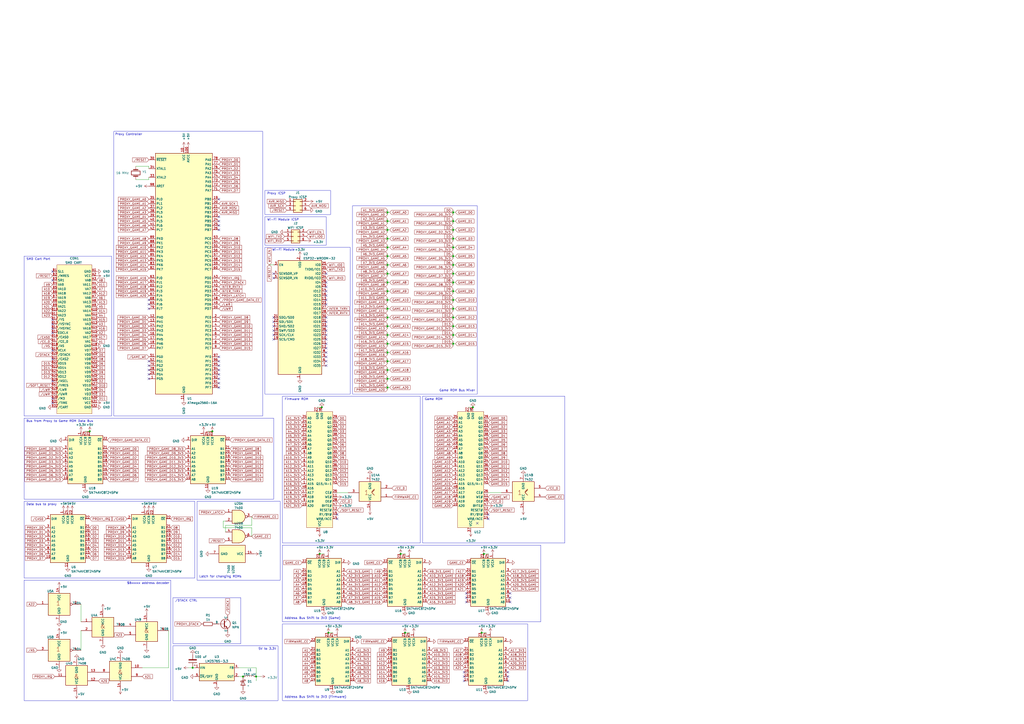
<source format=kicad_sch>
(kicad_sch (version 20230121) (generator eeschema)
  (paper "A2")
  (junction (at 262.89 189.23))
  (junction (at 262.89 153.67))
  (junction (at 262.89 163.83))
  (junction (at 262.89 138.43))
  (junction (at 262.89 199.39))
  (junction (at 224.79 123.19))
  (junction (at 224.79 138.43))
  (junction (at 234.95 367.03))
  (junction (at 280.67 321.31))
  (junction (at 224.79 209.55))
  (junction (at 274.32 236.22))
  (junction (at 262.89 158.75))
  (junction (at 224.79 163.83))
  (junction (at 262.89 179.07))
  (junction (at 262.89 143.51))
  (junction (at 262.89 148.59))
  (junction (at 52.07 250.19))
  (junction (at 224.79 128.27))
  (junction (at 224.79 148.59))
  (junction (at 224.79 153.67))
  (junction (at 224.79 189.23))
  (junction (at 224.79 199.39))
  (junction (at 262.89 133.35))
  (junction (at 262.89 128.27))
  (junction (at 224.79 133.35))
  (junction (at 224.79 194.31))
  (junction (at 224.79 224.79))
  (junction (at 123.19 250.19))
  (junction (at 224.79 158.75))
  (junction (at 262.89 184.15))
  (junction (at 186.69 236.22))
  (junction (at 190.5 367.03))
  (junction (at 224.79 204.47))
  (junction (at 140.97 392.43))
  (junction (at 185.42 321.31))
  (junction (at 224.79 214.63))
  (junction (at 111.76 387.35))
  (junction (at 262.89 168.91))
  (junction (at 279.4 367.03))
  (junction (at 232.41 321.31))
  (junction (at 224.79 143.51))
  (junction (at 262.89 173.99))
  (junction (at 262.89 123.19))
  (junction (at 262.89 194.31))
  (junction (at 224.79 168.91))
  (junction (at 224.79 173.99))
  (junction (at 224.79 184.15))
  (junction (at 148.59 392.43))
  (junction (at 224.79 219.71))
  (junction (at 224.79 179.07))
  (no_connect (at 189.23 168.91))
  (no_connect (at 127 222.25))
  (no_connect (at 127 133.35))
  (no_connect (at 276.86 303.53))
  (no_connect (at 189.23 166.37))
  (no_connect (at 30.48 203.2))
  (no_connect (at 294.64 394.97))
  (no_connect (at 30.48 185.42))
  (no_connect (at 86.36 176.53))
  (no_connect (at 127 128.27))
  (no_connect (at 30.48 231.14))
  (no_connect (at 86.36 214.63))
  (no_connect (at 295.91 344.17))
  (no_connect (at 30.48 193.04))
  (no_connect (at 269.24 394.97))
  (no_connect (at 86.36 173.99))
  (no_connect (at 158.75 158.75))
  (no_connect (at 127 214.63))
  (no_connect (at 158.75 184.15))
  (no_connect (at 189.23 201.93))
  (no_connect (at 295.91 346.71))
  (no_connect (at 189.23 171.45))
  (no_connect (at 30.48 162.56))
  (no_connect (at 158.75 189.23))
  (no_connect (at 189.23 173.99))
  (no_connect (at 127 209.55))
  (no_connect (at 86.36 217.17))
  (no_connect (at 270.51 346.71))
  (no_connect (at 189.23 209.55))
  (no_connect (at 189.23 191.77))
  (no_connect (at 270.51 344.17))
  (no_connect (at 30.48 187.96))
  (no_connect (at 86.36 212.09))
  (no_connect (at 30.48 220.98))
  (no_connect (at 86.36 209.55))
  (no_connect (at 30.48 233.68))
  (no_connect (at 269.24 389.89))
  (no_connect (at 189.23 189.23))
  (no_connect (at 127 125.73))
  (no_connect (at 158.75 191.77))
  (no_connect (at 127 224.79))
  (no_connect (at 189.23 184.15))
  (no_connect (at 195.58 298.45))
  (no_connect (at 283.21 300.99))
  (no_connect (at 189.23 196.85))
  (no_connect (at 270.51 349.25))
  (no_connect (at 189.23 163.83))
  (no_connect (at 158.75 186.69))
  (no_connect (at 269.24 392.43))
  (no_connect (at 189.23 207.01))
  (no_connect (at 86.36 179.07))
  (no_connect (at 30.48 190.5))
  (no_connect (at 127 207.01))
  (no_connect (at 189.23 212.09))
  (no_connect (at 158.75 161.29))
  (no_connect (at 295.91 349.25))
  (no_connect (at 189.23 186.69))
  (no_connect (at 189.23 194.31))
  (no_connect (at 86.36 219.71))
  (no_connect (at 158.75 194.31))
  (no_connect (at 127 212.09))
  (no_connect (at 127 217.17))
  (no_connect (at 189.23 176.53))
  (no_connect (at 294.64 392.43))
  (no_connect (at 158.75 196.85))
  (no_connect (at 189.23 204.47))
  (no_connect (at 294.64 389.89))
  (no_connect (at 30.48 157.48))
  (no_connect (at 189.23 199.39))
  (no_connect (at 189.23 158.75))
  (no_connect (at 127 130.81))
  (no_connect (at 127 219.71))
  (no_connect (at 283.21 298.45))
  (no_connect (at 195.58 300.99))
  (no_connect (at 30.48 208.28))
  (no_connect (at 127 115.57))
  (wire (pts (xy 224.79 167.64) (xy 224.79 168.91)))
  (wire (pts (xy 224.79 143.51) (xy 224.79 144.78)))
  (wire (pts (xy 224.79 138.43) (xy 226.06 138.43)))
  (wire (pts (xy 234.95 367.03) (xy 237.49 367.03)))
  (wire (pts (xy 224.79 172.72) (xy 224.79 173.99)))
  (wire (pts (xy 224.79 148.59) (xy 224.79 149.86)))
  (wire (pts (xy 86.36 104.14) (xy 86.36 102.87)))
  (wire (pts (xy 224.79 123.19) (xy 224.79 124.46)))
  (wire (pts (xy 262.89 198.12) (xy 262.89 199.39)))
  (wire (pts (xy 262.89 168.91) (xy 262.89 170.18)))
  (wire (pts (xy 262.89 158.75) (xy 262.89 160.02)))
  (wire (pts (xy 224.79 179.07) (xy 224.79 180.34)))
  (wire (pts (xy 224.79 138.43) (xy 224.79 139.7)))
  (wire (pts (xy 224.79 162.56) (xy 224.79 163.83)))
  (wire (pts (xy 224.79 189.23) (xy 226.06 189.23)))
  (wire (pts (xy 262.89 194.31) (xy 262.89 195.58)))
  (wire (pts (xy 224.79 158.75) (xy 224.79 160.02)))
  (wire (pts (xy 226.06 123.19) (xy 224.79 123.19)))
  (wire (pts (xy 224.79 142.24) (xy 224.79 143.51)))
  (wire (pts (xy 262.89 138.43) (xy 262.89 139.7)))
  (wire (pts (xy 148.59 392.43) (xy 148.59 394.97)))
  (wire (pts (xy 262.89 199.39) (xy 264.16 199.39)))
  (wire (pts (xy 46.99 350.52) (xy 46.99 360.68)))
  (wire (pts (xy 224.79 173.99) (xy 226.06 173.99)))
  (wire (pts (xy 130.81 304.8) (xy 146.05 304.8)))
  (wire (pts (xy 262.89 172.72) (xy 262.89 173.99)))
  (wire (pts (xy 78.74 104.14) (xy 86.36 104.14)))
  (wire (pts (xy 46.99 377.19) (xy 46.99 365.76)))
  (wire (pts (xy 224.79 184.15) (xy 224.79 185.42)))
  (wire (pts (xy 190.5 367.03) (xy 193.04 367.03)))
  (wire (pts (xy 86.36 96.52) (xy 86.36 97.79)))
  (wire (pts (xy 129.54 302.26) (xy 129.54 306.07)))
  (wire (pts (xy 224.79 219.71) (xy 226.06 219.71)))
  (wire (pts (xy 262.89 143.51) (xy 262.89 144.78)))
  (wire (pts (xy 138.43 387.35) (xy 148.59 387.35)))
  (wire (pts (xy 262.89 138.43) (xy 264.16 138.43)))
  (wire (pts (xy 224.79 213.36) (xy 224.79 214.63)))
  (wire (pts (xy 262.89 123.19) (xy 264.16 123.19)))
  (wire (pts (xy 224.79 163.83) (xy 226.06 163.83)))
  (wire (pts (xy 262.89 157.48) (xy 262.89 158.75)))
  (wire (pts (xy 262.89 123.19) (xy 262.89 124.46)))
  (wire (pts (xy 224.79 132.08) (xy 224.79 133.35)))
  (wire (pts (xy 280.67 321.31) (xy 283.21 321.31)))
  (wire (pts (xy 156.21 153.67) (xy 158.75 153.67)))
  (wire (pts (xy 224.79 168.91) (xy 224.79 170.18)))
  (wire (pts (xy 224.79 224.79) (xy 224.79 226.06)))
  (wire (pts (xy 232.41 321.31) (xy 234.95 321.31)))
  (wire (pts (xy 262.89 173.99) (xy 264.16 173.99)))
  (wire (pts (xy 224.79 219.71) (xy 224.79 220.98)))
  (wire (pts (xy 148.59 387.35) (xy 148.59 392.43)))
  (wire (pts (xy 78.74 96.52) (xy 86.36 96.52)))
  (wire (pts (xy 224.79 208.28) (xy 224.79 209.55)))
  (wire (pts (xy 146.05 299.72) (xy 146.05 304.8)))
  (wire (pts (xy 130.81 302.26) (xy 129.54 302.26)))
  (wire (pts (xy 262.89 167.64) (xy 262.89 168.91)))
  (wire (pts (xy 224.79 137.16) (xy 224.79 138.43)))
  (wire (pts (xy 224.79 184.15) (xy 226.06 184.15)))
  (wire (pts (xy 224.79 224.79) (xy 226.06 224.79)))
  (wire (pts (xy 262.89 153.67) (xy 264.16 153.67)))
  (wire (pts (xy 224.79 194.31) (xy 224.79 195.58)))
  (wire (pts (xy 224.79 143.51) (xy 226.06 143.51)))
  (wire (pts (xy 224.79 203.2) (xy 224.79 204.47)))
  (wire (pts (xy 224.79 223.52) (xy 224.79 224.79)))
  (wire (pts (xy 262.89 148.59) (xy 262.89 149.86)))
  (wire (pts (xy 224.79 127) (xy 224.79 128.27)))
  (wire (pts (xy 262.89 153.67) (xy 262.89 154.94)))
  (wire (pts (xy 262.89 179.07) (xy 264.16 179.07)))
  (wire (pts (xy 224.79 128.27) (xy 224.79 129.54)))
  (wire (pts (xy 279.4 367.03) (xy 281.94 367.03)))
  (wire (pts (xy 97.79 365.76) (xy 97.79 387.35)))
  (wire (pts (xy 224.79 147.32) (xy 224.79 148.59)))
  (wire (pts (xy 120.65 250.19) (xy 123.19 250.19)))
  (wire (pts (xy 109.22 387.35) (xy 111.76 387.35)))
  (wire (pts (xy 262.89 162.56) (xy 262.89 163.83)))
  (wire (pts (xy 111.76 387.35) (xy 113.03 387.35)))
  (wire (pts (xy 262.89 184.15) (xy 262.89 185.42)))
  (wire (pts (xy 224.79 153.67) (xy 226.06 153.67)))
  (wire (pts (xy 224.79 209.55) (xy 224.79 210.82)))
  (wire (pts (xy 262.89 189.23) (xy 262.89 190.5)))
  (wire (pts (xy 262.89 179.07) (xy 262.89 180.34)))
  (wire (pts (xy 224.79 179.07) (xy 226.06 179.07)))
  (wire (pts (xy 262.89 199.39) (xy 262.89 200.66)))
  (wire (pts (xy 262.89 182.88) (xy 262.89 184.15)))
  (wire (pts (xy 262.89 143.51) (xy 264.16 143.51)))
  (wire (pts (xy 224.79 177.8) (xy 224.79 179.07)))
  (wire (pts (xy 224.79 209.55) (xy 226.06 209.55)))
  (wire (pts (xy 262.89 133.35) (xy 262.89 134.62)))
  (wire (pts (xy 224.79 189.23) (xy 224.79 190.5)))
  (wire (pts (xy 262.89 133.35) (xy 264.16 133.35)))
  (wire (pts (xy 49.53 250.19) (xy 52.07 250.19)))
  (wire (pts (xy 224.79 193.04) (xy 224.79 194.31)))
  (wire (pts (xy 262.89 132.08) (xy 262.89 133.35)))
  (wire (pts (xy 262.89 184.15) (xy 264.16 184.15)))
  (wire (pts (xy 224.79 163.83) (xy 224.79 165.1)))
  (wire (pts (xy 224.79 204.47) (xy 224.79 205.74)))
  (wire (pts (xy 262.89 189.23) (xy 264.16 189.23)))
  (wire (pts (xy 224.79 148.59) (xy 226.06 148.59)))
  (wire (pts (xy 130.81 308.61) (xy 130.81 304.8)))
  (wire (pts (xy 195.58 285.75) (xy 201.93 285.75)))
  (wire (pts (xy 224.79 133.35) (xy 226.06 133.35)))
  (wire (pts (xy 262.89 163.83) (xy 262.89 165.1)))
  (wire (pts (xy 224.79 214.63) (xy 224.79 215.9)))
  (wire (pts (xy 262.89 128.27) (xy 262.89 129.54)))
  (wire (pts (xy 262.89 177.8) (xy 262.89 179.07)))
  (wire (pts (xy 224.79 152.4) (xy 224.79 153.67)))
  (wire (pts (xy 262.89 173.99) (xy 262.89 175.26)))
  (wire (pts (xy 262.89 147.32) (xy 262.89 148.59)))
  (wire (pts (xy 224.79 168.91) (xy 226.06 168.91)))
  (wire (pts (xy 224.79 194.31) (xy 226.06 194.31)))
  (wire (pts (xy 224.79 199.39) (xy 224.79 200.66)))
  (wire (pts (xy 262.89 128.27) (xy 264.16 128.27)))
  (wire (pts (xy 262.89 158.75) (xy 264.16 158.75)))
  (wire (pts (xy 224.79 199.39) (xy 226.06 199.39)))
  (wire (pts (xy 283.21 285.75) (xy 290.83 285.75)))
  (wire (pts (xy 224.79 198.12) (xy 224.79 199.39)))
  (wire (pts (xy 224.79 153.67) (xy 224.79 154.94)))
  (wire (pts (xy 262.89 121.92) (xy 262.89 123.19)))
  (wire (pts (xy 224.79 214.63) (xy 226.06 214.63)))
  (wire (pts (xy 82.55 387.35) (xy 97.79 387.35)))
  (wire (pts (xy 262.89 187.96) (xy 262.89 189.23)))
  (wire (pts (xy 224.79 173.99) (xy 224.79 175.26)))
  (wire (pts (xy 224.79 158.75) (xy 226.06 158.75)))
  (wire (pts (xy 224.79 121.92) (xy 224.79 123.19)))
  (wire (pts (xy 262.89 152.4) (xy 262.89 153.67)))
  (wire (pts (xy 262.89 168.91) (xy 264.16 168.91)))
  (wire (pts (xy 271.78 236.22) (xy 274.32 236.22)))
  (wire (pts (xy 224.79 157.48) (xy 224.79 158.75)))
  (wire (pts (xy 129.54 306.07) (xy 146.05 306.07)))
  (wire (pts (xy 262.89 127) (xy 262.89 128.27)))
  (wire (pts (xy 262.89 194.31) (xy 264.16 194.31)))
  (wire (pts (xy 148.59 392.43) (xy 151.13 392.43)))
  (wire (pts (xy 224.79 128.27) (xy 226.06 128.27)))
  (wire (pts (xy 138.43 392.43) (xy 140.97 392.43)))
  (wire (pts (xy 224.79 187.96) (xy 224.79 189.23)))
  (wire (pts (xy 262.89 193.04) (xy 262.89 194.31)))
  (wire (pts (xy 224.79 133.35) (xy 224.79 134.62)))
  (wire (pts (xy 224.79 218.44) (xy 224.79 219.71)))
  (wire (pts (xy 224.79 204.47) (xy 226.06 204.47)))
  (wire (pts (xy 185.42 321.31) (xy 187.96 321.31)))
  (wire (pts (xy 146.05 306.07) (xy 146.05 311.15)))
  (wire (pts (xy 262.89 137.16) (xy 262.89 138.43)))
  (wire (pts (xy 224.79 182.88) (xy 224.79 184.15)))
  (wire (pts (xy 186.69 236.22) (xy 184.15 236.22)))
  (wire (pts (xy 262.89 163.83) (xy 264.16 163.83)))
  (wire (pts (xy 262.89 142.24) (xy 262.89 143.51)))
  (wire (pts (xy 262.89 148.59) (xy 264.16 148.59)))
  (rectangle (start 13.97 148.59) (end 64.77 241.3))
  (rectangle (start 114.3 290.83) (end 162.56 336.55))
  (rectangle (start 163.83 316.23) (end 313.69 360.68))
  (rectangle (start 100.33 346.71) (end 139.7 373.38))
  (rectangle (start 13.97 242.57) (end 158.75 289.56))
  (rectangle (start 153.67 143.51) (end 203.2 228.6))
  (rectangle (start 204.47 119.38) (end 276.86 228.6))
  (rectangle (start 13.97 336.55) (end 99.06 406.4))
  (rectangle (start 163.83 361.95) (end 306.07 406.4))
  (rectangle (start 100.33 374.65) (end 161.29 406.4))
  (rectangle (start 153.67 110.49) (end 191.77 124.46))
  (rectangle (start 163.83 229.87) (end 243.84 314.96))
  (rectangle (start 245.11 229.87) (end 327.66 314.96))
  (rectangle (start 153.67 125.73) (end 189.23 142.24))
  (rectangle (start 13.97 290.83) (end 113.03 335.28))
  (rectangle (start 66.04 76.2) (end 152.4 241.3))
  (text "Proxy ICSP" (at 154.94 113.03 0) (effects (font (size 1.27 1.27)) (justify left bottom)))
  (text "Latch for changing ROMs" (at 115.57 335.28 0) (effects (font (size 1.27 1.27)) (justify left bottom)))
  (text "Address Bus Shift to 3V3 (Game)" (at 165.1 359.41 0) (effects (font (size 1.27 1.27)) (justify left bottom)))
  (text "Address Bus Shift to 3V3 (Firmware)" (at 165.1 405.13 0) (effects (font (size 1.27 1.27)) (justify left bottom)))
  (text "Bus from Proxy to Game ROM Data Bus" (at 15.24 245.11 0) (effects (font (size 1.27 1.27)) (justify left bottom)))
  (text "Proxy Controller" (at 82.55 78.74 0) (effects (font (size 1.27 1.27)) (justify right bottom)))
  (text "SMD Cart Port" (at 29.21 151.13 0) (effects (font (size 1.27 1.27)) (justify right bottom)))
  (text "5V to 3.3V" (at 149.86 377.19 0) (effects (font (size 1.27 1.27)) (justify left bottom)))
  (text "/DTACK CTRL" (at 101.6 349.25 0) (effects (font (size 1.27 1.27)) (justify left bottom)))
  (text "Wi-Fi Module ICSP" (at 154.94 128.27 0) (effects (font (size 1.27 1.27)) (justify left bottom)))
  (text "Firmware ROM" (at 165.1 232.41 0) (effects (font (size 1.27 1.27)) (justify left bottom)))
  (text "Game ROM" (at 246.38 232.41 0) (effects (font (size 1.27 1.27)) (justify left bottom)))
  (text "Game ROM Bus Mixer" (at 275.59 227.33 0) (effects (font (size 1.27 1.27)) (justify right bottom)))
  (text "Wi-Fi Module" (at 171.004 145.7056 0) (effects (font (size 1.27 1.27)) (justify right bottom)))
  (text "Data bus to proxy" (at 15.24 293.37 0) (effects (font (size 1.27 1.27)) (justify left bottom)))
  (text "$Bxxxxx address decoder" (at 73.66 339.09 0) (effects (font (size 1.27 1.27)) (justify left bottom)))
  (global_label "GAME_D6" (shape input) (at 283.21 257.81 0) (property "Intersheetrefs" "${INTERSHEET_REFS}" (effects hide)))
  (global_label "PROXY_GAME_A16" (shape input) (at 86.36 161.29 180) (property "Intersheetrefs" "${INTERSHEET_REFS}" (effects hide)))
  (global_label "A9_3V3_GAME" (shape input) (at 247.65 331.47 0) (property "Intersheetrefs" "${INTERSHEET_REFS}" (effects hide)))
  (global_label "PROXY_GAME_A3" (shape input) (at 86.36 123.19 180) (property "Intersheetrefs" "${INTERSHEET_REFS}" (effects hide)))
  (global_label "A13_3V3_GAME" (shape input) (at 247.65 341.63 0) (property "Intersheetrefs" "${INTERSHEET_REFS}" (effects hide)))
  (global_label "PROXY_GAME_D7_3V3" (shape input) (at 262.89 160.02 180) (property "Intersheetrefs" "${INTERSHEET_REFS}" (effects hide)))
  (global_label "D13" (shape input) (at 30.48 215.9 180) (property "Intersheetrefs" "${INTERSHEET_REFS}" (effects hide)))
  (global_label "D5" (shape input) (at 52.07 318.77 0) (property "Intersheetrefs" "${INTERSHEET_REFS}" (effects hide)))
  (global_label "D5" (shape input) (at 195.58 255.27 0) (property "Intersheetrefs" "${INTERSHEET_REFS}" (effects hide)))
  (global_label "PROXY_GAME_A13" (shape input) (at 86.36 151.13 180) (property "Intersheetrefs" "${INTERSHEET_REFS}" (effects hide)))
  (global_label "PROXY_D0" (shape input) (at 127 92.71 0) (property "Intersheetrefs" "${INTERSHEET_REFS}" (effects hide)))
  (global_label "{slash}PROXY_GAME_DATA_CE" (shape input) (at 127 173.99 0) (property "Intersheetrefs" "${INTERSHEET_REFS}" (effects hide)))
  (global_label "D4" (shape input) (at 195.58 252.73 0) (property "Intersheetrefs" "${INTERSHEET_REFS}" (effects hide)))
  (global_label "D6" (shape input) (at 55.88 210.82 0) (property "Intersheetrefs" "${INTERSHEET_REFS}" (effects hide)))
  (global_label "PROXY_D13" (shape input) (at 73.66 318.77 180) (property "Intersheetrefs" "${INTERSHEET_REFS}" (effects hide)))
  (global_label "PROXY_GAME_A12" (shape input) (at 224.79 185.42 180) (property "Intersheetrefs" "${INTERSHEET_REFS}" (effects hide)))
  (global_label "PROXY_GAME_A11" (shape input) (at 86.36 146.05 180) (property "Intersheetrefs" "${INTERSHEET_REFS}" (effects hide)))
  (global_label "GAME_D2" (shape input) (at 264.16 133.35 0) (property "Intersheetrefs" "${INTERSHEET_REFS}" (effects hide)))
  (global_label "GAME_A10" (shape input) (at 262.89 267.97 180) (property "Intersheetrefs" "${INTERSHEET_REFS}" (effects hide)))
  (global_label "PROXY_GAME_D12_3V3" (shape input) (at 107.95 270.51 180) (property "Intersheetrefs" "${INTERSHEET_REFS}" (effects hide)))
  (global_label "A11" (shape input) (at 55.88 165.1 0) (property "Intersheetrefs" "${INTERSHEET_REFS}" (effects hide)))
  (global_label "A6_3V3_GAME" (shape input) (at 200.66 344.17 0) (property "Intersheetrefs" "${INTERSHEET_REFS}" (effects hide)))
  (global_label "PROXY_GAME_D12" (shape input) (at 127 194.31 0) (property "Intersheetrefs" "${INTERSHEET_REFS}" (effects hide)))
  (global_label "GAME_D9" (shape input) (at 264.16 168.91 0) (property "Intersheetrefs" "${INTERSHEET_REFS}" (effects hide)))
  (global_label "AVR_MOSI" (shape input) (at 179.07 119.38 0) (property "Intersheetrefs" "${INTERSHEET_REFS}" (effects hide)))
  (global_label "GAME_D3" (shape input) (at 264.16 138.43 0) (property "Intersheetrefs" "${INTERSHEET_REFS}" (effects hide)))
  (global_label "A7_3V3" (shape input) (at 175.26 257.81 180) (property "Intersheetrefs" "${INTERSHEET_REFS}" (effects hide)))
  (global_label "A5_3V3" (shape input) (at 175.26 252.73 180) (property "Intersheetrefs" "${INTERSHEET_REFS}" (effects hide)))
  (global_label "A12_3V3_GAME" (shape input) (at 247.65 339.09 0) (property "Intersheetrefs" "${INTERSHEET_REFS}" (effects hide)))
  (global_label "A15" (shape input) (at 224.79 392.43 180) (property "Intersheetrefs" "${INTERSHEET_REFS}" (effects hide)))
  (global_label "GAME_A19" (shape input) (at 262.89 290.83 180) (property "Intersheetrefs" "${INTERSHEET_REFS}" (effects hide)))
  (global_label "A16" (shape input) (at 55.88 190.5 0) (property "Intersheetrefs" "${INTERSHEET_REFS}" (effects hide)))
  (global_label "INTER_RXTX" (shape input) (at 189.23 181.61 0) (property "Intersheetrefs" "${INTERSHEET_REFS}" (effects hide)))
  (global_label "PROXY_GAME_D10" (shape input) (at 127 189.23 0) (property "Intersheetrefs" "${INTERSHEET_REFS}" (effects hide)))
  (global_label "{slash}CE_0" (shape input) (at 283.21 290.83 0) (property "Intersheetrefs" "${INTERSHEET_REFS}" (effects hide)))
  (global_label "PROXY_GAME_A0" (shape input) (at 86.36 115.57 180) (property "Intersheetrefs" "${INTERSHEET_REFS}" (effects hide)))
  (global_label "PROXY_GAME_D1" (shape input) (at 62.23 262.89 0) (property "Intersheetrefs" "${INTERSHEET_REFS}" (effects hide)))
  (global_label "A9" (shape input) (at 224.79 377.19 180) (property "Intersheetrefs" "${INTERSHEET_REFS}" (effects hide)))
  (global_label "PROXY_D3" (shape input) (at 26.67 313.69 180) (property "Intersheetrefs" "${INTERSHEET_REFS}" (effects hide)))
  (global_label "D11" (shape input) (at 195.58 270.51 0) (property "Intersheetrefs" "${INTERSHEET_REFS}" (effects hide)))
  (global_label "PROXY_GAME_D2_3V3" (shape input) (at 262.89 134.62 180) (property "Intersheetrefs" "${INTERSHEET_REFS}" (effects hide)))
  (global_label "PROXY_GAME_D13_3V3" (shape input) (at 262.89 190.5 180) (property "Intersheetrefs" "${INTERSHEET_REFS}" (effects hide)))
  (global_label "A10_3V3" (shape input) (at 250.19 379.73 0) (property "Intersheetrefs" "${INTERSHEET_REFS}" (effects hide)))
  (global_label "A13" (shape input) (at 55.88 175.26 0) (property "Intersheetrefs" "${INTERSHEET_REFS}" (effects hide)))
  (global_label "PROXY_GAME_D10_3V3" (shape input) (at 262.89 175.26 180) (property "Intersheetrefs" "${INTERSHEET_REFS}" (effects hide)))
  (global_label "PROXY_GAME_D3" (shape input) (at 62.23 267.97 0) (property "Intersheetrefs" "${INTERSHEET_REFS}" (effects hide)))
  (global_label "D11" (shape input) (at 262.89 177.8 180) (property "Intersheetrefs" "${INTERSHEET_REFS}" (effects hide)))
  (global_label "PROXY_GAME_A15" (shape input) (at 86.36 156.21 180) (property "Intersheetrefs" "${INTERSHEET_REFS}" (effects hide)))
  (global_label "PROXY_IRQ" (shape input) (at 31.75 392.43 180) (property "Intersheetrefs" "${INTERSHEET_REFS}" (effects hide)))
  (global_label "GAME_D0" (shape input) (at 283.21 242.57 0) (property "Intersheetrefs" "${INTERSHEET_REFS}" (effects hide)))
  (global_label "D14" (shape input) (at 195.58 278.13 0) (property "Intersheetrefs" "${INTERSHEET_REFS}" (effects hide)))
  (global_label "A2" (shape input) (at 175.26 334.01 180) (property "Intersheetrefs" "${INTERSHEET_REFS}" (effects hide)))
  (global_label "PROXY_GAME_D11" (shape input) (at 133.35 267.97 0) (property "Intersheetrefs" "${INTERSHEET_REFS}" (effects hide)))
  (global_label "A17_3V3" (shape input) (at 294.64 377.19 0) (property "Intersheetrefs" "${INTERSHEET_REFS}" (effects hide)))
  (global_label "PROXY_GAME_A17" (shape input) (at 224.79 210.82 180) (property "Intersheetrefs" "${INTERSHEET_REFS}" (effects hide)))
  (global_label "GAME_A7" (shape input) (at 262.89 260.35 180) (property "Intersheetrefs" "${INTERSHEET_REFS}" (effects hide)))
  (global_label "A19_3V3_GAME" (shape input) (at 224.79 213.36 180) (property "Intersheetrefs" "${INTERSHEET_REFS}" (effects hide)))
  (global_label "GAME_D4" (shape input) (at 283.21 252.73 0) (property "Intersheetrefs" "${INTERSHEET_REFS}" (effects hide)))
  (global_label "{slash}GAME_WE" (shape input) (at 283.21 288.29 0) (property "Intersheetrefs" "${INTERSHEET_REFS}" (effects hide)))
  (global_label "{slash}UWR" (shape input) (at 30.48 228.6 180) (property "Intersheetrefs" "${INTERSHEET_REFS}" (effects hide)))
  (global_label "GAME_A17" (shape input) (at 226.06 209.55 0) (property "Intersheetrefs" "${INTERSHEET_REFS}" (effects hide)))
  (global_label "INTER_TXRX" (shape input) (at 189.23 179.07 0) (property "Intersheetrefs" "${INTERSHEET_REFS}" (effects hide)))
  (global_label "GAME_A2" (shape input) (at 262.89 247.65 180) (property "Intersheetrefs" "${INTERSHEET_REFS}" (effects hide)))
  (global_label "D11" (shape input) (at 55.88 231.14 0) (property "Intersheetrefs" "${INTERSHEET_REFS}" (effects hide)))
  (global_label "A8_3V3_GAME" (shape input) (at 224.79 157.48 180) (property "Intersheetrefs" "${INTERSHEET_REFS}" (effects hide)))
  (global_label "PROXY_D0" (shape input) (at 26.67 306.07 180) (property "Intersheetrefs" "${INTERSHEET_REFS}" (effects hide)))
  (global_label "A19" (shape input) (at 269.24 382.27 180) (property "Intersheetrefs" "${INTERSHEET_REFS}" (effects hide)))
  (global_label "GAME_A12" (shape input) (at 262.89 273.05 180) (property "Intersheetrefs" "${INTERSHEET_REFS}" (effects hide)))
  (global_label "D14" (shape input) (at 30.48 213.36 180) (property "Intersheetrefs" "${INTERSHEET_REFS}" (effects hide)))
  (global_label "{slash}CE_0" (shape input) (at 195.58 290.83 0) (property "Intersheetrefs" "${INTERSHEET_REFS}" (effects hide)))
  (global_label "D8" (shape input) (at 55.88 208.28 0) (property "Intersheetrefs" "${INTERSHEET_REFS}" (effects hide)))
  (global_label "{slash}CAS0" (shape input) (at 26.67 300.99 180) (property "Intersheetrefs" "${INTERSHEET_REFS}" (effects hide)))
  (global_label "{slash}LWR" (shape input) (at 30.48 226.06 180) (property "Intersheetrefs" "${INTERSHEET_REFS}" (effects hide)))
  (global_label "D2" (shape input) (at 55.88 220.98 0) (property "Intersheetrefs" "${INTERSHEET_REFS}" (effects hide)))
  (global_label "PROXY_D12" (shape input) (at 127 148.59 0) (property "Intersheetrefs" "${INTERSHEET_REFS}" (effects hide)))
  (global_label "PROXY_D4" (shape input) (at 127 102.87 0) (property "Intersheetrefs" "${INTERSHEET_REFS}" (effects hide)))
  (global_label "{slash}SOFT_RESET" (shape input) (at 283.21 295.91 0) (property "Intersheetrefs" "${INTERSHEET_REFS}" (effects hide)))
  (global_label "PROXY_D6" (shape input) (at 127 107.95 0) (property "Intersheetrefs" "${INTERSHEET_REFS}" (effects hide)))
  (global_label "GAME_A12" (shape input) (at 226.06 184.15 0) (property "Intersheetrefs" "${INTERSHEET_REFS}" (effects hide)))
  (global_label "D3" (shape input) (at 195.58 250.19 0) (property "Intersheetrefs" "${INTERSHEET_REFS}" (effects hide)))
  (global_label "A6_3V3" (shape input) (at 175.26 255.27 180) (property "Intersheetrefs" "${INTERSHEET_REFS}" (effects hide)))
  (global_label "A20" (shape input) (at 269.24 384.81 180) (property "Intersheetrefs" "${INTERSHEET_REFS}" (effects hide)))
  (global_label "GAME_D5" (shape input) (at 283.21 255.27 0) (property "Intersheetrefs" "${INTERSHEET_REFS}" (effects hide)))
  (global_label "PROXY_GAME_D8" (shape input) (at 133.35 260.35 0) (property "Intersheetrefs" "${INTERSHEET_REFS}" (effects hide)))
  (global_label "{slash}RESET" (shape input) (at 130.81 313.69 180) (property "Intersheetrefs" "${INTERSHEET_REFS}" (effects hide)))
  (global_label "PROXY_GAME_A18" (shape input) (at 224.79 215.9 180) (property "Intersheetrefs" "${INTERSHEET_REFS}" (effects hide)))
  (global_label "PROXY_GAME_A7" (shape input) (at 86.36 133.35 180) (property "Intersheetrefs" "${INTERSHEET_REFS}" (effects hide)))
  (global_label "A9_3V3" (shape input) (at 175.26 262.89 180) (property "Intersheetrefs" "${INTERSHEET_REFS}" (effects hide)))
  (global_label "A1_3V3_GAME" (shape input) (at 224.79 121.92 180) (property "Intersheetrefs" "${INTERSHEET_REFS}" (effects hide)))
  (global_label "PROXY_D11" (shape input) (at 127 146.05 0) (property "Intersheetrefs" "${INTERSHEET_REFS}" (effects hide)))
  (global_label "PROXY_GAME_D15_3V3" (shape input) (at 107.95 278.13 180) (property "Intersheetrefs" "${INTERSHEET_REFS}" (effects hide)))
  (global_label "{slash}RESET" (shape input) (at 156.21 153.67 270) (property "Intersheetrefs" "${INTERSHEET_REFS}" (effects hide)))
  (global_label "A3" (shape input) (at 180.34 382.27 180) (property "Intersheetrefs" "${INTERSHEET_REFS}" (effects hide)))
  (global_label "D3" (shape input) (at 262.89 137.16 180) (property "Intersheetrefs" "${INTERSHEET_REFS}" (effects hide)))
  (global_label "D9" (shape input) (at 99.06 308.61 0) (property "Intersheetrefs" "${INTERSHEET_REFS}" (effects hide)))
  (global_label "PROXY_GAME_D8_3V3" (shape input) (at 262.89 165.1 180) (property "Intersheetrefs" "${INTERSHEET_REFS}" (effects hide)))
  (global_label "GAME_D1" (shape input) (at 283.21 245.11 0) (property "Intersheetrefs" "${INTERSHEET_REFS}" (effects hide)))
  (global_label "A2_3V3_GAME" (shape input) (at 200.66 334.01 0) (property "Intersheetrefs" "${INTERSHEET_REFS}" (effects hide)))
  (global_label "PROXY_GAME_D9_3V3" (shape input) (at 107.95 262.89 180) (property "Intersheetrefs" "${INTERSHEET_REFS}" (effects hide)))
  (global_label "PROXY_GAME_D6" (shape input) (at 62.23 275.59 0) (property "Intersheetrefs" "${INTERSHEET_REFS}" (effects hide)))
  (global_label "GAME_A18" (shape input) (at 262.89 288.29 180) (property "Intersheetrefs" "${INTERSHEET_REFS}" (effects hide)))
  (global_label "{slash}SOFT_RESET" (shape input) (at 30.48 223.52 180) (property "Intersheetrefs" "${INTERSHEET_REFS}" (effects hide)))
  (global_label "PROXY_GAME_D15" (shape input) (at 133.35 278.13 0) (property "Intersheetrefs" "${INTERSHEET_REFS}" (effects hide)))
  (global_label "D4" (shape input) (at 262.89 142.24 180) (property "Intersheetrefs" "${INTERSHEET_REFS}" (effects hide)))
  (global_label "PROXY_D10" (shape input) (at 127 143.51 0) (property "Intersheetrefs" "${INTERSHEET_REFS}" (effects hide)))
  (global_label "PROXY_GAME_D0_3V3" (shape input) (at 262.89 124.46 180) (property "Intersheetrefs" "${INTERSHEET_REFS}" (effects hide)))
  (global_label "PROXY_GAME_D6" (shape input) (at 86.36 199.39 180) (property "Intersheetrefs" "${INTERSHEET_REFS}" (effects hide)))
  (global_label "A15_3V3_GAME" (shape input) (at 247.65 346.71 0) (property "Intersheetrefs" "${INTERSHEET_REFS}" (effects hide)))
  (global_label "PROXY_GAME_D8" (shape input) (at 127 184.15 0) (property "Intersheetrefs" "${INTERSHEET_REFS}" (effects hide)))
  (global_label "GAME_D7" (shape input) (at 283.21 260.35 0) (property "Intersheetrefs" "${INTERSHEET_REFS}" (effects hide)))
  (global_label "A21_3V3_GAME" (shape input) (at 295.91 341.63 0) (property "Intersheetrefs" "${INTERSHEET_REFS}" (effects hide)))
  (global_label "GAME_A3" (shape input) (at 262.89 250.19 180) (property "Intersheetrefs" "${INTERSHEET_REFS}" (effects hide)))
  (global_label "GAME_A15" (shape input) (at 262.89 280.67 180) (property "Intersheetrefs" "${INTERSHEET_REFS}" (effects hide)))
  (global_label "A14_3V3" (shape input) (at 250.19 389.89 0) (property "Intersheetrefs" "${INTERSHEET_REFS}" (effects hide)))
  (global_label "A11_3V3_GAME" (shape input) (at 224.79 172.72 180) (property "Intersheetrefs" "${INTERSHEET_REFS}" (effects hide)))
  (global_label "D10" (shape input) (at 195.58 267.97 0) (property "Intersheetrefs" "${INTERSHEET_REFS}" (effects hide)))
  (global_label "A21" (shape input) (at 30.48 177.8 180) (property "Intersheetrefs" "${INTERSHEET_REFS}" (effects hide)))
  (global_label "A2_3V3" (shape input) (at 205.74 379.73 0) (property "Intersheetrefs" "${INTERSHEET_REFS}" (effects hide)))
  (global_label "D7" (shape input) (at 262.89 157.48 180) (property "Intersheetrefs" "${INTERSHEET_REFS}" (effects hide)))
  (global_label "D9" (shape input) (at 55.88 215.9 0) (property "Intersheetrefs" "${INTERSHEET_REFS}" (effects hide)))
  (global_label "A18" (shape input) (at 269.24 379.73 180) (property "Intersheetrefs" "${INTERSHEET_REFS}" (effects hide)))
  (global_label "GAME_A0" (shape input) (at 262.89 242.57 180) (property "Intersheetrefs" "${INTERSHEET_REFS}" (effects hide)))
  (global_label "A16_3V3_GAME" (shape input) (at 224.79 198.12 180) (property "Intersheetrefs" "${INTERSHEET_REFS}" (effects hide)))
  (global_label "D7" (shape input) (at 55.88 203.2 0) (property "Intersheetrefs" "${INTERSHEET_REFS}" (effects hide)))
  (global_label "PROXY_GAME_D11" (shape input) (at 127 191.77 0) (property "Intersheetrefs" "${INTERSHEET_REFS}" (effects hide)))
  (global_label "A13" (shape input) (at 222.25 341.63 180) (property "Intersheetrefs" "${INTERSHEET_REFS}" (effects hide)))
  (global_label "GAME_A20" (shape input) (at 262.89 293.37 180) (property "Intersheetrefs" "${INTERSHEET_REFS}" (effects hide)))
  (global_label "PROXY_GAME_A3" (shape input) (at 224.79 139.7 180) (property "Intersheetrefs" "${INTERSHEET_REFS}" (effects hide)))
  (global_label "D12" (shape input) (at 99.06 316.23 0) (property "Intersheetrefs" "${INTERSHEET_REFS}" (effects hide)))
  (global_label "A20_3V3" (shape input) (at 175.26 290.83 180) (property "Intersheetrefs" "${INTERSHEET_REFS}" (effects hide)))
  (global_label "A9_3V3_GAME" (shape input) (at 224.79 162.56 180) (property "Intersheetrefs" "${INTERSHEET_REFS}" (effects hide)))
  (global_label "D6" (shape input) (at 262.89 152.4 180) (property "Intersheetrefs" "${INTERSHEET_REFS}" (effects hide)))
  (global_label "AVR_MOSI" (shape input) (at 127 120.65 0) (property "Intersheetrefs" "${INTERSHEET_REFS}" (effects hide)))
  (global_label "D3" (shape input) (at 52.07 313.69 0) (property "Intersheetrefs" "${INTERSHEET_REFS}" (effects hide)))
  (global_label "D6" (shape input) (at 195.58 257.81 0) (property "Intersheetrefs" "${INTERSHEET_REFS}" (effects hide)))
  (global_label "GAME_A16" (shape input) (at 226.06 204.47 0) (property "Intersheetrefs" "${INTERSHEET_REFS}" (effects hide)))
  (global_label "GAME_A1" (shape input) (at 226.06 128.27 0) (property "Intersheetrefs" "${INTERSHEET_REFS}" (effects hide)))
  (global_label "{slash}DTACK" (shape input) (at 30.48 205.74 180) (property "Intersheetrefs" "${INTERSHEET_REFS}" (effects hide)))
  (global_label "PROXY_GAME_A6" (shape input) (at 86.36 130.81 180) (property "Intersheetrefs" "${INTERSHEET_REFS}" (effects hide)))
  (global_label "PROXY_D5" (shape input) (at 127 105.41 0) (property "Intersheetrefs" "${INTERSHEET_REFS}" (effects hide)))
  (global_label "{slash}RESET" (shape input) (at 30.48 160.02 180) (property "Intersheetrefs" "${INTERSHEET_REFS}" (effects hide)))
  (global_label "GAME_A4" (shape input) (at 226.06 143.51 0) (property "Intersheetrefs" "${INTERSHEET_REFS}" (effects hide)))
  (global_label "PROXY_GAME_D1_3V3" (shape input) (at 36.83 262.89 180) (property "Intersheetrefs" "${INTERSHEET_REFS}" (effects hide)))
  (global_label "PROXY_GAME_A13" (shape input) (at 224.79 190.5 180) (property "Intersheetrefs" "${INTERSHEET_REFS}" (effects hide)))
  (global_label "A1" (shape input) (at 180.34 377.19 180) (property "Intersheetrefs" "${INTERSHEET_REFS}" (effects hide)))
  (global_label "GAME_D9" (shape input) (at 283.21 265.43 0) (property "Intersheetrefs" "${INTERSHEET_REFS}" (effects hide)))
  (global_label "PROXY_D8" (shape input) (at 73.66 306.07 180) (property "Intersheetrefs" "${INTERSHEET_REFS}" (effects hide)))
  (global_label "A12" (shape input) (at 224.79 384.81 180) (property "Intersheetrefs" "${INTERSHEET_REFS}" (effects hide)))
  (global_label "A8" (shape input) (at 180.34 394.97 180) (property "Intersheetrefs" "${INTERSHEET_REFS}" (effects hide)))
  (global_label "D7" (shape input) (at 195.58 260.35 0) (property "Intersheetrefs" "${INTERSHEET_REFS}" (effects hide)))
  (global_label "A2" (shape input) (at 180.34 379.73 180) (property "Intersheetrefs" "${INTERSHEET_REFS}" (effects hide)))
  (global_label "A10_3V3" (shape input) (at 175.26 265.43 180) (property "Intersheetrefs" "${INTERSHEET_REFS}" (effects hide)))
  (global_label "A18_3V3_GAME" (shape input) (at 295.91 334.01 0) (property "Intersheetrefs" "${INTERSHEET_REFS}" (effects hide)))
  (global_label "PROXY_GAME_D13" (shape input) (at 133.35 273.05 0) (property "Intersheetrefs" "${INTERSHEET_REFS}" (effects hide)))
  (global_label "PROXY_GAME_D9_3V3" (shape input) (at 262.89 170.18 180) (property "Intersheetrefs" "${INTERSHEET_REFS}" (effects hide)))
  (global_label "A16_3V3" (shape input) (at 250.19 394.97 0) (property "Intersheetrefs" "${INTERSHEET_REFS}" (effects hide)))
  (global_label "PROXY_GAME_A20" (shape input) (at 86.36 171.45 180) (property "Intersheetrefs" "${INTERSHEET_REFS}" (effects hide)))
  (global_label "WIFI_EN" (shape input) (at 177.8 134.62 0) (property "Intersheetrefs" "${INTERSHEET_REFS}" (effects hide)))
  (global_label "GAME_CE" (shape input) (at 175.26 326.39 180) (property "Intersheetrefs" "${INTERSHEET_REFS}" (effects hide)))
  (global_label "PROXY_GAME_D3" (shape input) (at 86.36 191.77 180) (property "Intersheetrefs" "${INTERSHEET_REFS}" (effects hide)))
  (global_label "PROXY_D3" (shape input) (at 127 100.33 0) (property "Intersheetrefs" "${INTERSHEET_REFS}" (effects hide)))
  (global_label "PROXY_GAME_D12" (shape input) (at 133.35 270.51 0) (property "Intersheetrefs" "${INTERSHEET_REFS}" (effects hide)))
  (global_label "A21_3V3" (shape input) (at 294.64 387.35 0) (property "Intersheetrefs" "${INTERSHEET_REFS}" (effects hide)))
  (global_label "A6_3V3_GAME" (shape input) (at 224.79 147.32 180) (property "Intersheetrefs" "${INTERSHEET_REFS}" (effects hide)))
  (global_label "PROXY_GAME_D4" (shape input) (at 86.36 194.31 180) (property "Intersheetrefs" "${INTERSHEET_REFS}" (effects hide)))
  (global_label "PROXY_LATCH" (shape input) (at 130.81 297.18 180) (property "Intersheetrefs" "${INTERSHEET_REFS}" (effects hide)))
  (global_label "D6" (shape input) (at 52.07 321.31 0) (property "Intersheetrefs" "${INTERSHEET_REFS}" (effects hide)))
  (global_label "PROXY_D7" (shape input) (at 26.67 323.85 180) (property "Intersheetrefs" "${INTERSHEET_REFS}" (effects hide)))
  (global_label "A18" (shape input) (at 270.51 334.01 180) (property "Intersheetrefs" "${INTERSHEET_REFS}" (effects hide)))
  (global_label "GAME_A7" (shape input) (at 226.06 158.75 0) (property "Intersheetrefs" "${INTERSHEET_REFS}" (effects hide)))
  (global_label "PROXY_GAME_D11_3V3" (shape input) (at 262.89 180.34 180) (property "Intersheetrefs" "${INTERSHEET_REFS}" (effects hide)))
  (global_label "A4_3V3" (shape input) (at 175.26 250.19 180) (property "Intersheetrefs" "${INTERSHEET_REFS}" (effects hide)))
  (global_label "A11_3V3" (shape input) (at 250.19 382.27 0) (property "Intersheetrefs" "${INTERSHEET_REFS}" (effects hide)))
  (global_label "D8" (shape input) (at 99.06 306.07 0) (property "Intersheetrefs" "${INTERSHEET_REFS}" (effects hide)))
  (global_label "WIFI_IO0" (shape input) (at 177.8 137.16 0) (property "Intersheetrefs" "${INTERSHEET_REFS}" (effects hide)))
  (global_label "A7" (shape input) (at 180.34 392.43 180) (property "Intersheetrefs" "${INTERSHEET_REFS}" (effects hide)))
  (global_label "GAME_A14" (shape input) (at 226.06 194.31 0) (property "Intersheetrefs" "${INTERSHEET_REFS}" (effects hide)))
  (global_label "D14" (shape input) (at 99.06 321.31 0) (property "Intersheetrefs" "${INTERSHEET_REFS}" (effects hide)))
  (global_label "A10" (shape input) (at 30.48 167.64 180) (property "Intersheetrefs" "${INTERSHEET_REFS}" (effects hide)))
  (global_label "GAME_D15" (shape input) (at 283.21 280.67 0) (property "Intersheetrefs" "${INTERSHEET_REFS}" (effects hide)))
  (global_label "A9" (shape input) (at 222.25 331.47 180) (property "Intersheetrefs" "${INTERSHEET_REFS}" (effects hide)))
  (global_label "GAME_D14" (shape input) (at 283.21 278.13 0) (property "Intersheetrefs" "${INTERSHEET_REFS}" (effects hide)))
  (global_label "PROXY_GAME_A14" (shape input) (at 86.36 153.67 180) (property "Intersheetrefs" "${INTERSHEET_REFS}" (effects hide)))
  (global_label "D8" (shape input) (at 195.58 262.89 0) (property "Intersheetrefs" "${INTERSHEET_REFS}" (effects hide)))
  (global_label "PROXY_GAME_A20" (shape input) (at 224.79 226.06 180) (property "Intersheetrefs" "${INTERSHEET_REFS}" (effects hide)))
  (global_label "A4" (shape input) (at 175.26 339.09 180) (property "Intersheetrefs" "${INTERSHEET_REFS}" (effects hide)))
  (global_label "PROXY_GAME_D10" (shape input) (at 133.35 265.43 0) (property "Intersheetrefs" "${INTERSHEET_REFS}" (effects hide)))
  (global_label "GAME_CE" (shape input) (at 146.05 311.15 0) (property "Intersheetrefs" "${INTERSHEET_REFS}" (effects hide)))
  (global_label "A17_3V3_GAME" (shape input) (at 295.91 331.47 0) (property "Intersheetrefs" "${INTERSHEET_REFS}" (effects hide)))
  (global_label "GAME_A14" (shape input) (at 262.89 278.13 180) (property "Intersheetrefs" "${INTERSHEET_REFS}" (effects hide)))
  (global_label "PROXY_GAME_D15_3V3" (shape input) (at 262.89 200.66 180) (property "Intersheetrefs" "${INTERSHEET_REFS}" (effects hide)))
  (global_label "PROXY_GAME_A1" (shape input) (at 224.79 129.54 180) (property "Intersheetrefs" "${INTERSHEET_REFS}" (effects hide)))
  (global_label "D0" (shape input) (at 55.88 205.74 0) (property "Intersheetrefs" "${INTERSHEET_REFS}" (effects hide)))
  (global_label "D15" (shape input) (at 30.48 210.82 180) (property "Intersheetrefs" "${INTERSHEET_REFS}" (effects hide)))
  (global_label "PROXY_GAME_D14_3V3" (shape input) (at 107.95 275.59 180) (property "Intersheetrefs" "${INTERSHEET_REFS}" (effects hide)))
  (global_label "PROXY_GAME_A6" (shape input) (at 224.79 154.94 180) (property "Intersheetrefs" "${INTERSHEET_REFS}" (effects hide)))
  (global_label "{slash}SOFT_RESET" (shape input) (at 195.58 295.91 0) (property "Intersheetrefs" "${INTERSHEET_REFS}" (effects hide)))
  (global_label "A16" (shape input) (at 224.79 394.97 180) (property "Intersheetrefs" "${INTERSHEET_REFS}" (effects hide)))
  (global_label "PROXY_D9" (shape input) (at 73.66 308.61 180) (property "Intersheetrefs" "${INTERSHEET_REFS}" (effects hide)))
  (global_label "PROXY_D8" (shape input) (at 127 138.43 0) (property "Intersheetrefs" "${INTERSHEET_REFS}" (effects hide)))
  (global_label "D0" (shape input) (at 262.89 121.92 180) (property "Intersheetrefs" "${INTERSHEET_REFS}" (effects hide)))
  (global_label "PROXY_D6" (shape input) (at 26.67 321.31 180) (property "Intersheetrefs" "${INTERSHEET_REFS}" (effects hide)))
  (global_label "PROXY_GAME_A2" (shape input) (at 86.36 120.65 180) (property "Intersheetrefs" "${INTERSHEET_REFS}" (effects hide)))
  (global_label "PROXY_D11" (shape input) (at 73.66 313.69 180) (property "Intersheetrefs" "${INTERSHEET_REFS}" (effects hide)))
  (global_label "GAME_A9" (shape input) (at 226.06 168.91 0) (property "Intersheetrefs" "${INTERSHEET_REFS}" (effects hide)))
  (global_label "WIFI_RXD" (shape input) (at 189.23 161.29 0) (property "Intersheetrefs" "${INTERSHEET_REFS}" (effects hide)))
  (global_label "PROXY_GAME_D6_3V3" (shape input) (at 262.89 154.94 180) (property "Intersheetrefs" "${INTERSHEET_REFS}" (effects hide)))
  (global_label "GAME_A9" (shape input) (at 262.89 265.43 180) (property "Intersheetrefs" "${INTERSHEET_REFS}" (effects hide)))
  (global_label "PROXY_GAME_D13" (shape input) (at 127 196.85 0) (property "Intersheetrefs" "${INTERSHEET_REFS}" (effects hide)))
  (global_label "A23" (shape input) (at 72.39 368.3 180) (property "Intersheetrefs" "${INTERSHEET_REFS}" (effects hide)))
  (global_label "GAME_CE" (shape input) (at 316.23 288.29 0) (property "Intersheetrefs" "${INTERSHEET_REFS}" (effects hide)))
  (global_label "{slash}PROXY_GAME_DATA_CE" (shape input) (at 62.23 255.27 0) (property "Intersheetrefs" "${INTERSHEET_REFS}" (effects hide)))
  (global_label "AVR_SCK" (shape input) (at 166.37 119.38 180) (property "Intersheetrefs" "${INTERSHEET_REFS}" (effects hide)))
  (global_label "A6_3V3" (shape input) (at 205.74 389.89 0) (property "Intersheetrefs" "${INTERSHEET_REFS}" (effects hide)))
  (global_label "PROXY_GAME_D1" (shape input) (at 86.36 186.69 180) (property "Intersheetrefs" "${INTERSHEET_REFS}" (effects hide)))
  (global_label "GAME_A16" (shape input) (at 262.89 283.21 180) (property "Intersheetrefs" "${INTERSHEET_REFS}" (effects hide)))
  (global_label "A20_3V3_GAME" (shape input) (at 224.79 218.44 180) (property "Intersheetrefs" "${INTERSHEET_REFS}" (effects hide)))
  (global_label "D7" (shape input) (at 52.07 323.85 0) (property "Intersheetrefs" "${INTERSHEET_REFS}" (effects hide)))
  (global_label "A11_3V3" (shape input) (at 175.26 267.97 180) (property "Intersheetrefs" "${INTERSHEET_REFS}" (effects hide)))
  (global_label "PROXY_D12" (shape input) (at 73.66 316.23 180) (property "Intersheetrefs" "${INTERSHEET_REFS}" (effects hide)))
  (global_label "GAME_A2" (shape input) (at 226.06 133.35 0) (property "Intersheetrefs" "${INTERSHEET_REFS}" (effects hide)))
  (global_label "A13" (shape input) (at 224.79 387.35 180) (property "Intersheetrefs" "${INTERSHEET_REFS}" (effects hide)))
  (global_label "PROXY_GAME_A8" (shape input) (at 86.36 138.43 180) (property "Intersheetrefs" "${INTERSHEET_REFS}" (effects hide)))
  (global_label "D5" (shape input) (at 262.89 147.32 180) (property "Intersheetrefs" "${INTERSHEET_REFS}" (effects hide)))
  (global_label "PROXY_GAME_A12" (shape input) (at 86.36 148.59 180) (property "Intersheetrefs" "${INTERSHEET_REFS}" (effects hide)))
  (global_label "PROXY_IRQ" (shape input) (at 127 161.29 0) (property "Intersheetrefs" "${INTERSHEET_REFS}" (effects hide)))
  (global_label "A20_3V3" (shape input) (at 294.64 384.81 0) (property "Intersheetrefs" "${INTERSHEET_REFS}" (effects hide)))
  (global_label "PROXY_D14" (shape input) (at 73.66 321.31 180) (property "Intersheetrefs" "${INTERSHEET_REFS}" (effects hide)))
  (global_label "A15_3V3" (shape input) (at 250.19 392.43 0) (property "Intersheetrefs" "${INTERSHEET_REFS}" (effects hide)))
  (global_label "A7_3V3_GAME" (shape input) (at 200.66 346.71 0) (property "Intersheetrefs" "${INTERSHEET_REFS}" (effects hide)))
  (global_label "A5" (shape input) (at 175.26 341.63 180) (property "Intersheetrefs" "${INTERSHEET_REFS}" (effects hide)))
  (global_label "GAME_D2" (shape input) (at 283.21 247.65 0) (property "Intersheetrefs" "${INTERSHEET_REFS}" (effects hide)))
  (global_label "PROXY_GAME_D12_3V3" (shape input) (at 262.89 185.42 180) (property "Intersheetrefs" "${INTERSHEET_REFS}" (effects hide)))
  (global_label "PROXY_GAME_D6_3V3" (shape input) (at 36.83 275.59 180) (property "Intersheetrefs" "${INTERSHEET_REFS}" (effects hide)))
  (global_label "A3_3V3_GAME" (shape input) (at 200.66 336.55 0) (property "Intersheetrefs" "${INTERSHEET_REFS}" (effects hide)))
  (global_label "PROXY_GAME_D14" (shape input) (at 127 199.39 0) (property "Intersheetrefs" "${INTERSHEET_REFS}" (effects hide)))
  (global_label "PROXY_GAME_D9" (shape input) (at 127 186.69 0) (property "Intersheetrefs" "${INTERSHEET_REFS}" (effects hide)))
  (global_label "D15" (shape input) (at 262.89 198.12 180) (property "Intersheetrefs" "${INTERSHEET_REFS}" (effects hide)))
  (global_label "A8" (shape input) (at 55.88 162.56 0) (property "Intersheetrefs" "${INTERSHEET_REFS}" (effects hide)))
  (global_label "A4" (shape input) (at 180.34 384.81 180) (property "Intersheetrefs" "${INTERSHEET_REFS}" (effects hide)))
  (global_label "A15" (shape input) (at 55.88 185.42 0) (property "Intersheetrefs" "${INTERSHEET_REFS}" (effects hide)))
  (global_label "D12" (shape input) (at 262.89 182.88 180) (property "Intersheetrefs" "${INTERSHEET_REFS}" (effects hide)))
  (global_label "A18_3V3" (shape input) (at 175.26 285.75 180) (property "Intersheetrefs" "${INTERSHEET_REFS}" (effects hide)))
  (global_label "PROXY_GAME_D14" (shape input) (at 133.35 275.59 0) (property "Intersheetrefs" "${INTERSHEET_REFS}" (effects hide)))
  (global_label "{slash}AS" (shape input) (at 21.59 377.19 180) (property "Intersheetrefs" "${INTERSHEET_REFS}" (effects hide)))
  (global_label "PROXY_GAME_A9" (shape input) (at 224.79 170.18 180) (property "Intersheetrefs" "${INTERSHEET_REFS}" (effects hide)))
  (global_label "AVR_SCK" (shape input) (at 127 118.11 0) (property "Intersheetrefs" "${INTERSHEET_REFS}" (effects hide)))
  (global_label "A4" (shape input) (at 55.88 182.88 0) (property "Intersheetrefs" "${INTERSHEET_REFS}" (effects hide)))
  (global_label "PROXY_GAME_A8" (shape input) (at 224.79 165.1 180) (property "Intersheetrefs" "${INTERSHEET_REFS}" (effects hide)))
  (global_label "A12" (shape input) (at 55.88 170.18 0) (property "Intersheetrefs" "${INTERSHEET_REFS}" (effects hide)))
  (global_label "GAME_D8" (shape input) (at 264.16 163.83 0) (property "Intersheetrefs" "${INTERSHEET_REFS}" (effects hide)))
  (global_label "PROXY_GAME_A4" (shape input) (at 224.79 144.78 180) (property "Intersheetrefs" "${INTERSHEET_REFS}" (effects hide)))
  (global_label "GAME_D1" (shape input) (at 264.16 128.27 0) (property "Intersheetrefs" "${INTERSHEET_REFS}" (effects hide)))
  (global_label "A1" (shape input) (at 55.88 198.12 0) (property "Intersheetrefs" "${INTERSHEET_REFS}" (effects hide)))
  (global_label "A5" (shape input) (at 180.34 387.35 180) (property "Intersheetrefs" "${INTERSHEET_REFS}" (effects hide)))
  (global_label "D4" (shape input) (at 52.07 316.23 0) (property "Intersheetrefs" "${INTERSHEET_REFS}" (effects hide)))
  (global_label "A19_3V3" (shape input) (at 294.64 382.27 0) (property "Intersheetrefs" "${INTERSHEET_REFS}" (effects hide)))
  (global_label "PROXY_GAME_D7_3V3" (shape input) (at 36.83 278.13 180) (property "Intersheetrefs" "${INTERSHEET_REFS}" (effects hide)))
  (global_label "D12" (shape input) (at 30.48 218.44 180) (property "Intersheetrefs" "${INTERSHEET_REFS}" (effects hide)))
  (global_label "PROXY_GAME_A19" (shape input) (at 86.36 168.91 180) (property "Intersheetrefs" "${INTERSHEET_REFS}" (effects hide)))
  (global_label "A11" (shape input) (at 224.79 382.27 180) (property "Intersheetrefs" "${INTERSHEET_REFS}" (effects hide)))
  (global_label "{slash}AS" (shape input) (at 30.48 200.66 180) (property "Intersheetrefs" "${INTERSHEET_REFS}" (effects hide)))
  (global_label "PROXY_DTACK" (shape input) (at 127 163.83 0) (property "Intersheetrefs" "${INTERSHEET_REFS}" (effects hide)))
  (global_label "PROXY_GAME_D10_3V3" (shape input) (at 107.95 265.43 180) (property "Intersheetrefs" "${INTERSHEET_REFS}" (effects hide)))
  (global_label "FIRMWARE_CE" (shape input) (at 224.79 372.11 180) (property "Intersheetrefs" "${INTERSHEET_REFS}" (effects hide)))
  (global_label "PROXY_GAME_A16" (shape input) (at 224.79 205.74 180) (property "Intersheetrefs" "${INTERSHEET_REFS}" (effects hide)))
  (global_label "PROXY_GAME_A7" (shape input) (at 224.79 160.02 180) (property "Intersheetrefs" "${INTERSHEET_REFS}" (effects hide)))
  (global_label "PROXY_GAME_D7" (shape input) (at 62.23 278.13 0) (property "Intersheetrefs" "${INTERSHEET_REFS}" (effects hide)))
  (global_label "PROXY_GAME_D5_3V3" (shape input) (at 36.83 273.05 180) (property "Intersheetrefs" "${INTERSHEET_REFS}" (effects hide)))
  (global_label "D10" (shape input) (at 99.06 311.15 0) (property "Intersheetrefs" "${INTERSHEET_REFS}" (effects hide)))
  (global_label "PROXY_GAME_D0" (shape input) (at 86.36 184.15 180) (property "Intersheetrefs" "${INTERSHEET_REFS}" (effects hide)))
  (global_label "A17" (shape input) (at 270.51 331.47 180) (property "Intersheetrefs" "${INTERSHEET_REFS}" (effects hide)))
  (global_label "A16_3V3_GAME" (shape input) (at 247.65 349.25 0) (property "Intersheetrefs" "${INTERSHEET_REFS}" (effects hide)))
  (global_label "PROXY_D14" (shape input) (at 127 153.67 0) (property "Intersheetrefs" "${INTERSHEET_REFS}" (effects hide)))
  (global_label "GAME_D11" (shape input) (at 283.21 270.51 0) (property "Intersheetrefs" "${INTERSHEET_REFS}" (effects hide)))
  (global_label "A8_3V3" (shape input) (at 205.74 394.97 0) (property "Intersheetrefs" "${INTERSHEET_REFS}" (effects hide)))
  (global_label "{slash}RESET" (shape input) (at 166.37 121.92 180) (property "Intersheetrefs" "${INTERSHEET_REFS}" (effects hide)))
  (global_label "A12_3V3" (shape input) (at 250.19 384.81 0) (property "Intersheetrefs" "${INTERSHEET_REFS}" (effects hide)))
  (global_label "PROXY_DTACK" (shape input) (at 116.84 361.95 180) (property "Intersheetrefs" "${INTERSHEET_REFS}" (effects hide)))
  (global_label "A15_3V3" (shape input) (at 175.26 278.13 180) (property "Intersheetrefs" "${INTERSHEET_REFS}" (effects hide)))
  (global_label "D1" (shape input) (at 262.89 127 180) (property "Intersheetrefs" "${INTERSHEET_REFS}" (effects hide)))
  (global_label "PROXY_D15" (shape input) (at 127 156.21 0) (property "Intersheetrefs" "${INTERSHEET_REFS}" (effects hide)))
  (global_label "A10" (shape input) (at 222.25 334.01 180) (property "Intersheetrefs" "${INTERSHEET_REFS}" (effects hide)))
  (global_label "A17_3V3_GAME" (shape input) (at 224.79 203.2 180) (property "Intersheetrefs" "${INTERSHEET_REFS}" (effects hide)))
  (global_label "A19_3V3" (shape input) (at 175.26 288.29 180) (property "Intersheetrefs" "${INTERSHEET_REFS}" (effects hide)))
  (global_label "GAME_D0" (shape input) (at 264.16 123.19 0) (property "Intersheetrefs" "${INTERSHEET_REFS}" (effects hide)))
  (global_label "A23" (shape input) (at 30.48 182.88 180) (property "Intersheetrefs" "${INTERSHEET_REFS}" (effects hide)))
  (global_label "A10_3V3_GAME" (shape input) (at 224.79 167.64 180) (property "Intersheetrefs" "${INTERSHEET_REFS}" (effects hide)))
  (global_label "GAME_A13" (shape input) (at 226.06 189.23 0) (property "Intersheetrefs" "${INTERSHEET_REFS}" (effects hide)))
  (global_label "A20_3V3_GAME" (shape input) (at 295.91 339.09 0) (property "Intersheetrefs" "${INTERSHEET_REFS}" (effects hide)))
  (global_label "PROXY_GAME_A2" (shape input) (at 224.79 134.62 180) (property "Intersheetrefs" "${INTERSHEET_REFS}" (effects hide)))
  (global_label "A21" (shape input) (at 269.24 387.35 180) (property "Intersheetrefs" "${INTERSHEET_REFS}" (effects hide)))
  (global_label "A5" (shape input) (at 55.88 177.8 0) (property "Intersheetrefs" "${INTERSHEET_REFS}" (effects hide)))
  (global_label "FIRMWARE_CE" (shape input) (at 227.33 288.29 0) (property "Intersheetrefs" "${INTERSHEET_REFS}" (effects hide)))
  (global_label "GAME_A6" (shape input) (at 262.89 257.81 180) (property "Intersheetrefs" "${INTERSHEET_REFS}" (effects hide)))
  (global_label "PROXY_D15" (shape input) (at 73.66 323.85 180) (property "Intersheetrefs" "${INTERSHEET_REFS}" (effects hide)))
  (global_label "PROXY_GAME_A11" (shape input) (at 224.79 180.34 180) (property "Intersheetrefs" "${INTERSHEET_REFS}" (effects hide)))
  (global_label "A8" (shape input) (at 175.26 349.25 180) (property "Intersheetrefs" "${INTERSHEET_REFS}" (effects hide)))
  (global_label "PROXY_GAME_A10" (shape input) (at 86.36 143.51 180) (property "Intersheetrefs" "${INTERSHEET_REFS}" (effects hide)))
  (global_label "A13_3V3" (shape input) (at 175.26 273.05 180) (property "Intersheetrefs" "${INTERSHEET_REFS}" (effects hide)))
  (global_label "A3" (shape input) (at 175.26 336.55 180) (property "Intersheetrefs" "${INTERSHEET_REFS}" (effects hide)))
  (global_label "PROXY_GAME_D5" (shape input) (at 62.23 273.05 0) (property "Intersheetrefs" "${INTERSHEET_REFS}" (effects hide)))
  (global_label "D12" (shape input) (at 195.58 273.05 0) (property "Intersheetrefs" "${INTERSHEET_REFS}" (effects hide)))
  (global_label "D5" (shape input) (at 55.88 218.44 0) (property "Intersheetrefs" "${INTERSHEET_REFS}" (effects hide)))
  (global_label "D11" (shape input) (at 99.06 313.69 0) (property "Intersheetrefs" "${INTERSHEET_REFS}" (effects hide)))
  (global_label "FIRMWARE_CE" (shape input) (at 269.24 372.11 180) (property "Intersheetrefs" "${INTERSHEET_REFS}" (effects hide)))
  (global_label "GAME_CE" (shape input) (at 222.25 326.39 180) (property "Intersheetrefs" "${INTERSHEET_REFS}" (effects hide)))
  (global_label "PROXY_GAME_A18" (shape input) (at 86.36 166.37 180) (property "Intersheetrefs" "${INTERSHEET_REFS}" (effects hide)))
  (global_label "D9" (shape input) (at 262.89 167.64 180) (property "Intersheetrefs" "${INTERSHEET_REFS}" (effects hide)))
  (global_label "D3" (shape input) (at 55.88 228.6 0) (property "Intersheetrefs" "${INTERSHEET_REFS}" (effects hide)))
  (global_label "D10" (shape input) (at 262.89 172.72 180) (property "Intersheetrefs" "${INTERSHEET_REFS}" (effects hide)))
  (global_label "A15" (shape input) (at 222.25 346.71 180) (property "Intersheetrefs" "${INTERSHEET_REFS}" (effects hide)))
  (global_label "D1" (shape input) (at 195.58 245.11 0) (property "Intersheetrefs" "${INTERSHEET_REFS}" (effects hide)))
  (global_label "A19_3V3_GAME" (shape input) (at 295.91 336.55 0) (property "Intersheetrefs" "${INTERSHEET_REFS}" (effects hide)))
  (global_label "D15" (shape input) (at 195.58 280.67 0) (property "Intersheetrefs" "${INTERSHEET_REFS}" (effects hide)))
  (global_label "PROXY_GAME_D2_3V3" (shape input) (at 36.83 265.43 180) (property "Intersheetrefs" "${INTERSHEET_REFS}" (effects hide)))
  (global_label "PROXY_GAME_D15" (shape input) (at 127 201.93 0) (property "Intersheetrefs" "${INTERSHEET_REFS}" (effects hide)))
  (global_label "A21_3V3_GAME" (shape input) (at 224.79 223.52 180) (property "Intersheetrefs" "${INTERSHEET_REFS}" (effects hide)))
  (global_label "A20" (shape input) (at 57.15 394.97 0) (property "Intersheetrefs" "${INTERSHEET_REFS}" (effects hide)))
  (global_label "A12_3V3_GAME" (shape input) (at 224.79 177.8 180) (property "Intersheetrefs" "${INTERSHEET_REFS}" (effects hide)))
  (global_label "A17_3V3" (shape input) (at 175.26 283.21 180) (property "Intersheetrefs" "${INTERSHEET_REFS}" (effects hide)))
  (global_label "PROXY_GAME_D13_3V3" (shape input) (at 107.95 273.05 180) (property "Intersheetrefs" "${INTERSHEET_REFS}" (effects hide)))
  (global_label "PROXY_D9" (shape input) (at 127 140.97 0) (property "Intersheetrefs" "${INTERSHEET_REFS}" (effects hide)))
  (global_label "PROXY_GAME_A4" (shape input) (at 86.36 125.73 180) (property "Intersheetrefs" "${INTERSHEET_REFS}" (effects hide)))
  (global_label "PROXY_GAME_A19" (shape input) (at 224.79 220.98 180) (property "Intersheetrefs" "${INTERSHEET_REFS}" (effects hide)))
  (global_label "PROXY_GAME_D11_3V3" (shape input) (at 107.95 267.97 180) (property "Intersheetrefs" "${INTERSHEET_REFS}" (effects hide)))
  (global_label "GAME_A11" (shape input) (at 226.06 179.07 0) (property "Intersheetrefs" "${INTERSHEET_REFS}" (effects hide)))
  (global_label "A14" (shape input) (at 222.25 344.17 180) (property "Intersheetrefs" "${INTERSHEET_REFS}" (effects hide)))
  (global_label "A18_3V3_GAME" (shape input) (at 224.79 208.28 180) (property "Intersheetrefs" "${INTERSHEET_REFS}" (effects hide)))
  (global_label "PROXY_D2" (shape input) (at 26.67 311.15 180) (property "Intersheetrefs" "${INTERSHEET_REFS}" (effects hide)))
  (global_label "PROXY_GAME_A14" (shape input) (at 224.79 195.58 180) (property "Intersheetrefs" "${INTERSHEET_REFS}" (effects hide)))
  (global_label "PROXY_GAME_D2" (shape input) (at 62.23 265.43 0) (property "Intersheetrefs" "${INTERSHEET_REFS}" (effects hide)))
  (global_label "A9_3V3" (shape input) (at 250.19 377.19 0) (property "Intersheetrefs" "${INTERSHEET_REFS}" (effects hide)))
  (global_label "D10" (shape input) (at 55.88 223.52 0) (property "Intersheetrefs" "${INTERSHEET_REFS}" (effects hide)))
  (global_label "GAME_A8" (shape input) (at 226.06 163.83 0) (property "Intersheetrefs" "${INTERSHEET_REFS}" (effects hide)))
  (global_label "A22" (shape input) (at 30.48 180.34 180) (property "Intersheetrefs" "${INTERSHEET_REFS}" (effects hide)))
  (global_label "D14" (shape input) (at 262.89 193.04 180) (property "Intersheetrefs" "${INTERSHEET_REFS}" (effects hide)))
  (global_label "PROXY_GAME_D1_3V3" (shape input) (at 262.89 129.54 180) (property "Intersheetrefs" "${INTERSHEET_REFS}" (effects hide)))
  (global_label "A14" (shape input) (at 224.79 389.89 180) (property "Intersheetrefs" "${INTERSHEET_REFS}" (effects hide)))
  (global_label "A2" (shape input) (at 55.88 193.04 0) (property "Intersheetrefs" "${INTERSHEET_REFS}" (effects hide)))
  (global_label "A20" (shape input) (at 30.48 175.26 180) (property "Intersheetrefs" "${INTERSHEET_REFS}" (effects hide)))
  (global_label "GAME_D15" (shape input) (at 264.16 199.39 0) (property "Intersheetrefs" "${INTERSHEET_REFS}" (effects hide)))
  (global_label "GAME_A3" (shape input) (at 226.06 138.43 0) (property "Intersheetrefs" "${INTERSHEET_REFS}" (effects hide)))
  (global_label "A4_3V3" (shape input) (at 205.74 384.81 0) (property "Intersheetrefs" "${INTERSHEET_REFS}" (effects hide)))
  (global_label "{slash}LWR" (shape input) (at 127 176.53 0) (property "Intersheetrefs" "${INTERSHEET_REFS}" (effects hide)))
  (global_label "PROXY_D4" (shape input) (at 26.67 316.23 180) (property "Intersheetrefs" "${INTERSHEET_REFS}" (effects hide)))
  (global_label "A1_3V3" (shape input) (at 175.26 242.57 180) (property "Intersheetrefs" "${INTERSHEET_REFS}" (effects hide)))
  (global_label "A3_3V3" (shape input) (at 175.26 247.65 180) (property "Intersheetrefs" "${INTERSHEET_REFS}" (effects hide)))
  (global_label "D0" (shape input) (at 195.58 242.57 0) (property "Intersheetrefs" "${INTERSHEET_REFS}" (effects hide)))
  (global_label "WIFI_EN" (shape input) (at 156.21 153.67 90) (property "Intersheetrefs" "${INTERSHEET_REFS}" (effects hide)))
  (global_label "PROXY_GAME_D9" (shape input) (at 133.35 262.89 0) (property "Intersheetrefs" "${INTERSHEET_REFS}" (effects hide)))
  (global_label "A16" (shape input) (at 222.25 349.25 180) (property "Intersheetrefs" "${INTERSHEET_REFS}" (effects hide)))
  (global_label "A9" (shape input) (at 30.48 165.1 180) (property "Intersheetrefs" "${INTERSHEET_REFS}" (effects hide)))
  (global_label "GAME_CE" (shape input) (at 270.51 326.39 180) (property "Intersheetrefs" "${INTERSHEET_REFS}" (effects hide)))
  (global_label "A12_3V3" (shape input) (at 175.26 270.51 180) (property "Intersheetrefs" "${INTERSHEET_REFS}" (effects hide)))
  (global_label "A7_3V3" (shape input) (at 205.74 392.43 0) (property "Intersheetrefs" "${INTERSHEET_REFS}" (effects hide)))
  (global_label "GAME_A17" (shape input) (at 262.89 285.75 180) (property "Intersheetrefs" "${INTERSHEET_REFS}" (effects hide)))
  (global_label "PROXY_D1" (shape input) (at 127 95.25 0) (property "Intersheetrefs" "${INTERSHEET_REFS}" (effects hide)))
  (global_label "A13_3V3_GAME" (shape input) (at 224.79 182.88 180) (property "Intersheetrefs" "${INTERSHEET_REFS}" (effects hide)))
  (global_label "A18_3V3" (shape input) (at 294.64 379.73 0) (property "Intersheetrefs" "${INTERSHEET_REFS}" (effects hide)))
  (global_label "FIRMWARE_CE" (shape input) (at 180.34 372.11 180) (property "Intersheetrefs" "${INTERSHEET_REFS}" (effects hide)))
  (global_label "{slash}CE_0" (shape input) (at 316.23 283.21 0) (property "Intersheetrefs" "${INTERSHEET_REFS}" (effects hide)))
  (global_label "{slash}DTACK" (shape input) (at 132.08 356.87 90) (property "Intersheetrefs" "${INTERSHEET_REFS}" (effects hide)))
  (global_label "D1" (shape input) (at 55.88 213.36 0) (property "Intersheetrefs" "${INTERSHEET_REFS}" (effects hide)))
  (global_label "D13" (shape input) (at 195.58 275.59 0) (property "Intersheetrefs" "${INTERSHEET_REFS}" (effects hide)))
  (global_label "PROXY_GAME_A5" (shape input) (at 86.36 128.27 180) (property "Intersheetrefs" "${INTERSHEET_REFS}" (effects hide)))
  (global_label "GAME_D5" (shape input) (at 264.16 148.59 0) (property "Intersheetrefs" "${INTERSHEET_REFS}" (effects hide)))
  (global_label "GAME_A20" (shape input) (at 226.06 224.79 0) (property "Intersheetrefs" "${INTERSHEET_REFS}" (effects hide)))
  (global_label "A15_3V3_GAME" (shape input) (at 224.79 193.04 180) (property "Intersheetrefs" "${INTERSHEET_REFS}" (effects hide)))
  (global_label "A14_3V3" (shape input) (at 175.26 275.59 180) (property "Intersheetrefs" "${INTERSHEET_REFS}" (effects hide)))
  (global_label "PROXY_GAME_D4" (shape input) (at 62.23 270.51 0) (property "Intersheetrefs" "${INTERSHEET_REFS}" (effects hide)))
  (global_label "A21" (shape input) (at 82.55 392.43 0) (property "Intersheetrefs" "${INTERSHEET_REFS}" (effects hide)))
  (global_label "GAME_A11" (shape input) (at 262.89 270.51 180) (property "Intersheetrefs" "${INTERSHEET_REFS}" (effects hide)))
  (global_label "{slash}CE_0" (shape input) (at 30.48 198.12 180) (property "Intersheetrefs" "${INTERSHEET_REFS}" (effects hide)))
  (global_label "PROXY_D13" (shape input) (at 127 151.13 0) (property "Intersheetrefs" "${INTERSHEET_REFS}" (effects hide)))
  (global_label "D1" (shape input) (at 52.07 308.61 0) (property "Intersheetrefs" "${INTERSHEET_REFS}" (effects hide)))
  (global_label "PROXY_GAME_D7" (shape input) (at 86.36 201.93 180) (property "Intersheetrefs" "${INTERSHEET_REFS}" (effects hide)))
  (global_label "GAME_D11" (shape input) (at 264.16 179.07 0) (property "Intersheetrefs" "${INTERSHEET_REFS}" (effects hide)))
  (global_label "A11" (shape input) (at 222.25 336.55 180) (property "Intersheetrefs" "${INTERSHEET_REFS}" (effects hide)))
  (global_label "A3_3V3_GAME" (shape input) (at 224.79 132.08 180) (property "Intersheetrefs" "${INTERSHEET_REFS}" (effects hide)))
  (global_label "PROXY_GAME_A10" (shape input) (at 224.79 175.26 180) (property "Intersheetrefs" "${INTERSHEET_REFS}" (effects hide)))
  (global_label "WIFI_RXD" (shape input) (at 165.1 139.7 180) (property "Intersheetrefs" "${INTERSHEET_REFS}" (effects hide)))
  (global_label "D15" (shape input) (at 99.06 323.85 0) (property "Intersheetrefs" "${INTERSHEET_REFS}" (effects hide)))
  (global_label "GAME_D12" (shape input) (at 264.16 184.15 0) (property "Intersheetrefs" "${INTERSHEET_REFS}" (effects hide)))
  (global_label "A5_3V3_GAME" (shape input) (at 224.79 142.24 180) (property "Intersheetrefs" "${INTERSHEET_REFS}" (effects hide)))
  (global_label "A6" (shape input) (at 175.26 344.17 180) (property "Intersheetrefs" "${INTERSHEET_REFS}" (effects hide)))
  (global_label "{slash}UWR" (shape input) (at 127 179.07 0) (property "Intersheetrefs" "${INTERSHEET_REFS}" (effects hide)))
  (global_label "A14" (shape input) (at 55.88 180.34 0) (property "Intersheetrefs" "${INTERSHEET_REFS}" (effects hide)))
  (global_label "A6" (shape input) (at 55.88 172.72 0) (property "Intersheetrefs" "${INTERSHEET_REFS}" (effects hide)))
  (global_label "PROXY_GAME_A1" (shape input) (at 86.36 118.11 180) (property "Intersheetrefs" "${INTERSHEET_REFS}" (effects hide)))
  (global_label "A5_3V3" (shape input) (at 205.74 387.35 0) (property "Intersheetrefs" "${INTERSHEET_REFS}" (effects hide)))
  (global_label "A4_3V3_GAME" (shape input) (at 224.79 137.16 180) (property "Intersheetrefs" "${INTERSHEET_REFS}" (effects hide)))
  (global_label "A7" (shape input) (at 55.88 167.64 0) (property "Intersheetrefs" "${INTERSHEET_REFS}" (effects hide)))
  (global_label "A5_3V3_GAME" (shape input) (at 200.66 341.63 0) (property "Intersheetrefs" "${INTERSHEET_REFS}" (effects hide)))
  (global_label "WIFI_IO0" (shape input) (at 189.23 153.67 0) (property "Intersheetrefs" "${INTERSHEET_REFS}" (effects hide)))
  (global_label "GAME_A18" (shape input) (at 226.06 214.63 0) (property "Intersheetrefs" "${INTERSHEET_REFS}" (effects hide)))
  (global_label "AVR_MISO" (shape input) (at 127 123.19 0) (property "Intersheetrefs" "${INTERSHEET_REFS}" (effects hide)))
  (global_label "GAME_A6" (shape input) (at 226.06 153.67 0) (property "Intersheetrefs" "${INTERSHEET_REFS}" (effects hide)))
  (global_label "GAME_D3" (shape input) (at 283.21 250.19 0) (property "Intersheetrefs" "${INTERSHEET_REFS}" (effects hide)))
  (global_label "GAME_A13" (shape input) (at 262.89 275.59 180) (property "Intersheetrefs" "${INTERSHEET_REFS}" (effects hide)))
  (global_label "A12" (shape input) (at 222.25 339.09 180) (property "Intersheetrefs" "${INTERSHEET_REFS}" (effects hide)))
  (global_label "A19" (shape input) (at 30.48 172.72 180) (property "Intersheetrefs" "${INTERSHEET_REFS}" (effects hide)))
  (global_label "A8_3V3_GAME" (shape input) (at 200.66 349.25 0) (property "Intersheetrefs" "${INTERSHEET_REFS}" (effects hide)))
  (global_label "PROXY_IRQ" (shape input) (at 52.07 300.99 0) (property "Intersheetrefs" "${INTERSHEET_REFS}" (effects hide)))
  (global_label "PROXY_GAME_D4_3V3" (shape input) (at 262.89 144.78 180) (property "Intersheetrefs" "${INTERSHEET_REFS}" (effects hide)))
  (global_label "D13" (shape input) (at 99.06 318.77 0) (property "Intersheetrefs" "${INTERSHEET_REFS}" (effects hide)))
  (global_label "WIFI_TXD" (shape input) (at 189.23 156.21 0) (property "Intersheetrefs" "${INTERSHEET_REFS}" (effects hide)))
  (global_label "PROXY_GAME_A15" (shape input) (at 224.79 200.66 180) (property "Intersheetrefs" "${INTERSHEET_REFS}" (effects hide)))
  (global_label "D2" (shape input) (at 262.89 132.08 180) (property "Intersheetrefs" "${INTERSHEET_REFS}" (effects hide)))
  (global_label "GAME_D13" (shape input) (at 264.16 189.23 0) (property "Intersheetrefs" "${INTERSHEET_REFS}" (effects hide)))
  (global_label "{slash}CAS0" (shape input) (at 73.66 300.99 180) (property "Intersheetrefs" "${INTERSHEET_REFS}" (effects hide)))
  (global_label "AVR_MISO" (shape input) (at 166.37 116.84 180) (property "Intersheetrefs" "${INTERSHEET_REFS}" (effects hide)))
  (global_label "GAME_D4" (shape input) (at 264.16 143.51 0) (property "Intersheetrefs" "${INTERSHEET_REFS}" (effects hide)))
  (global_label "GAME_D8" (shape input) (at 283.21 262.89 0) (property "Intersheetrefs" "${INTERSHEET_REFS}" (effects hide)))
  (global_label "GAME_A4" (shape input) (at 262.89 252.73 180) (property "Intersheetrefs" "${INTERSHEET_REFS}" (effects hide)))
  (global_label "GAME_D13" (shape input) (at 283.21 275.59 0) (property "Intersheetrefs" "${INTERSHEET_REFS}" (effects hide)))
  (global_label "PROXY_GAME_D8_3V3" (shape input) (at 107.95 260.35 180) (property "Intersheetrefs" "${INTERSHEET_REFS}" (effects hide)))
  (global_label "GAME_D12" (shape input) (at 283.21 273.05 0) (property "Intersheetrefs" "${INTERSHEET_REFS}" (effects hide)))
  (global_label "A14_3V3_GAME" (shape input) (at 224.79 187.96 180) (property "Intersheetrefs" "${INTERSHEET_REFS}" (effects hide)))
  (global_label "WIFI_TXD" (shape input) (at 165.1 137.16 180) (property "Intersheetrefs" "${INTERSHEET_REFS}" (effects hide)))
  (global_label "A1_3V3_GAME" (shape input) (at 200.66 331.47 0) (property "Intersheetrefs" "${INTERSHEET_REFS}" (effects hide)))
  (global_label "A13_3V3" (shape input) (at 250.19 387.35 0) (property "Intersheetrefs" "${INTERSHEET_REFS}" (effects hide)))
  (global_label "A2_3V3" (shape input) (at 175.26 245.11 180) (property "Intersheetrefs" "${INTERSHEET_REFS}" (effects hide)))
  (global_label "A21_3V3" (shape input) (at 175.26 293.37 180) (property "Intersheetrefs" "${INTERSHEET_REFS}" (effects hide)))
  (global_label "D8" (shape input) (at 262.89 162.56 180) (property "Intersheetrefs" "${INTERSHEET_REFS}" (effects hide)))
  (global_label "A7" (shape input) (at 175.26 346.71 180) (property "Intersheetrefs" "${INTERSHEET_REFS}" (effects hide)))
  (global_label "PROXY_GAME_D4_3V3" (shape input) (at 36.83 270.51 180) (property "Intersheetrefs" "${INTERSHEET_REFS}" (effects hide)))
  (global_label "PROXY_LATCH" (shape input) (at 127 171.45 0) (property "Intersheetrefs" "${INTERSHEET_REFS}" (effects hide)))
  (global_label "A18" (shape input) (at 30.48 170.18 180) (property "Intersheetrefs" "${INTERSHEET_REFS}" (effects hide)))
  (global_label "D2" (shape input) (at 52.07 311.15 0) (property "Intersheetrefs" "${INTERSHEET_REFS}" (effects hide)))
  (global_label "PROXY_GAME_D3_3V3" (shape input) (at 36.83 267.97 180) (property "Intersheetrefs" "${INTERSHEET_REFS}" (effects hide)))
  (global_label "PROXY_GAME_A0" (shape input) (at 224.79 124.46 180) (property "Intersheetrefs" "${INTERSHEET_REFS}" (effects hide)))
  (global_label "PROXY_D2" (shape input) (at 127 97.79 0) (property "Intersheetrefs" "${INTERSHEET_REFS}" (effects hide)))
  (global_label "A10" (shape input) (at 224.79 379.73 180) (property "Intersheetrefs" "${INTERSHEET_REFS}" (effects hide)))
  (global_label "A7_3V3_GAME" (shape input) (at 224.79 152.4 180) (property "Intersheetrefs" "${INTERSHEET_REFS}" (effects hide)))
  (global_label "A14_3V3_GAME" (shape input) (at 247.65 344.17 0) (property "Intersheetrefs" "${INTERSHEET_REFS}" (effects hide)))
  (global_label "PROXY_GAME_D0" (shape input) (at 62.23 260.35 0) (property "Intersheetrefs" "${INTERSHEET_REFS}" (effects hide)))
  (global_label "D9" (shape input) (at 195.58 265.43 0) (property "Intersheetrefs" "${INTERSHEET_REFS}" (effects hide)))
  (global_label "PROXY_D7" (shape input) (at 127 110.49 0) (property "Intersheetrefs" "${INTERSHEET_REFS}" (effects hide)))
  (global_label "A10_3V3_GAME" (shape input) (at 247.65 334.01 0) (property "Intersheetrefs" "${INTERSHEET_REFS}" (effects hide)))
  (global_label "GAME_A1" (shape input) (at 262.89 245.11 180) (property "Intersheetrefs" "${INTERSHEET_REFS}" (effects hide)))
  (global_label "PROXY_GAME_D3_3V3" (shape input) (at 262.89 139.7 180) (property "Intersheetrefs" "${INTERSHEET_REFS}" (effects hide)))
  (global_label "INTER_RXTX" (shape input) (at 127 166.37 0) (property "Intersheetrefs" "${INTERSHEET_REFS}" (effects hide)))
  (global_label "PROXY_GAME_A9" (shape input) (at 86.36 140.97 180) (property "Intersheetrefs" "${INTERSHEET_REFS}" (effects hide)))
  (global_label "A20" (shape input) (at 270.51 339.09 180) (property "Intersheetrefs" "${INTERSHEET_REFS}" (effects hide)))
  (global_label "A1" (shape input) (at 175.26 331.47 180) (property "Intersheetrefs" "${INTERSHEET_REFS}" (effects hide)))
  (global_label "PROXY_D1" (shape input) (at 26.67 308.61 180) (property "Intersheetrefs" "${INTERSHEET_REFS}" (effects hide)))
  (global_label "A8_3V3" (shape input) (at 175.26 260.35 180) (property "Intersheetrefs" "${INTERSHEET_REFS}" (effects hide)))
  (global_label "GAME_D14" (shape input) (at 264.16 194.31 0) (property "Intersheetrefs" "${INTERSHEET_REFS}" (effects hide)))
  (global_label "PROXY_IRQ" (shape input) (at 99.06 300.99 0) (property "Intersheetrefs" "${INTERSHEET_REFS}" (effects hide)))
  (global_label "A1_3V3" (shape input) (at 205.74 377.19 0) (property "Intersheetrefs" "${INTERSHEET_REFS}" (effects hide)))
  (global_label "GAME_D7" (shape input) (at 264.16 158.75 0) (property "Intersheetrefs" "${INTERSHEET_REFS}" (effects hide)))
  (global_label "{slash}CE_0" (shape input) (at 227.33 283.21 0) (property "Intersheetrefs" "${INTERSHEET_REFS}" (effects hide)))
  (global_label "GAME_A8" (shape input) (at 262.89 262.89 180) (property "Intersheetrefs" "${INTERSHEET_REFS}" (effects hide)))
  (global_label "PROXY_D10" (shape input) (at 73.66 311.15 180) (property "Intersheetrefs" "${INTERSHEET_REFS}" (effects hide)))
  (global_label "A19" (shape input) (at 270.51 336.55 180) (property "Intersheetrefs" "${INTERSHEET_REFS}" (effects hide)))
  (global_label "A2_3V3_GAME" (shape input) (at 224.79 127 180) (property "Intersheetrefs" "${INTERSHEET_REFS}" (effects hide)))
  (global_label "GAME_D10" (shape input) (at 264.16 173.99 0) (property "Intersheetrefs" "${INTERSHEET_REFS}" (effects hide)))
  (global_label "GAME_A19" (shape input) (at 226.06 219.71 0) (property "Intersheetrefs" "${INTERSHEET_REFS}" (effects hide)))
  (global_label "FIRMWARE_CE" (shape input) (at 146.05 299.72 0) (property "Intersheetrefs" "${INTERSHEET_REFS}" (effects hide)))
  (global_label "A16_3V3" (shape input) (at 175.26 280.67 180) (property "Intersheetrefs" "${INTERSHEET_REFS}" (effects hide)))
  (global_label "PROXY_GAME_A17" (shape input) (at 86.36 163.83 180) (property "Intersheetrefs" "${INTERSHEET_REFS}" (effects hide)))
  (global_label "D13" (shape input) (at 262.89 187.96 180) (property "Intersheetrefs" "${INTERSHEET_REFS}" (effects hide)))
  (global_label "{slash}RESET" (shape input) (at 86.36 92.71 180) (property "Intersheetrefs" "${INTERSHEET_REFS}" (effects hide)))
  (global_label "A6" (shape input) (at 180.34 389.89 180) (property "Intersheetrefs" "${INTERSHEET_REFS}" (effects hide)))
  (global_label "GAME_A5" (shape input) (at 262.89 255.27 180) (property "Intersheetrefs" "${INTERSHEET_REFS}" (effects hide)))
  (global_label "{slash}CAS0" (shape input) (at 30.48 195.58 180) (property "Intersheetrefs" "${INTERSHEET_REFS}" (effects hide)))
  (global_label "A4_3V3_GAME" (shape input) (at 200.66 339.09 0) (property "Intersheetrefs" "${INTERSHEET_REFS}" (effects hide)))
  (global_label "A21" (shape input) (at 270.51 341.63 180) (property "Intersheetrefs" "${INTERSHEET_REFS}" (effects hide)))
  (global_label "PROXY_GAME_D5" (shape input) (at 86.36 196.85 180) (property "Intersheetrefs" "${INTERSHEET_REFS}" (effects hide)))
  (global_label "PROXY_GAME_D0_3V3" (shape input) (at 36.83 260.35 180) (property "Intersheetrefs" "${INTERSHEET_REFS}" (effects hide)))
  (global_label "PROXY_GAME_D5_3V3" (shape input) (at 262.89 149.86 180) (property "Intersheetrefs" "${INTERSHEET_REFS}" (effects hide)))
  (global_label "A17" (shape input) (at 269.24 377.19 180) (property "Intersheetrefs" "${INTERSHEET_REFS}" (effects hide)))
  (global_label "PROXY_GAME_D14_3V3" (shape input) (at 262.89 195.58 180) (property "Intersheetrefs" "${INTERSHEET_REFS}" (effects hide)))
  (global_label "A3" (shape input) (at 55.88 187.96 0) (property "Intersheetrefs" "${INTERSHEET_REFS}" (effects hide)))
  (global_label "GAME_D6" (shape input) (at 264.16 153.67 0) (property "Intersheetrefs" "${INTERSHEET_REFS}" (effects hide)))
  (global_label "A17" (shape input) (at 55.88 195.58 0) (property "Intersheetrefs" "${INTERSHEET_REFS}" (effects hide)))
  (global_label "GAME_A5" (shape input) (at 226.06 148.59 0) (property "Intersheetrefs" "${INTERSHEET_REFS}" (effects hide)))
  (global_label "GAME_A0" (shape input) (at 226.06 123.19 0) (property "Intersheetrefs" "${INTERSHEET_REFS}" (effects hide)))
  (global_label "GAME_A15" (shape input) (at 226.06 199.39 0) (property "Intersheetrefs" "${INTERSHEET_REFS}" (effects hide)))
  (global_label "PROXY_GAME_D2" (shape input) (at 86.36 189.23 180) (property "Intersheetrefs" "${INTERSHEET_REFS}" (effects hide)))
  (global_label "A22" (shape input) (at 21.59 350.52 180) (property "Intersheetrefs" "${INTERSHEET_REFS}" (effects hide)))
  (global_label "D0" (shape input) (at 52.07 306.07 0) (property "Intersheetrefs" "${INTERSHEET_REFS}" (effects hide)))
  (global_label "GAME_A10" (shape input) (at 226.06 173.99 0) (property "Intersheetrefs" "${INTERSHEET_REFS}" (effects hide)))
  (global_label "A3_3V3" (shape input) (at 205.74 382.27 0) (property "Intersheetrefs" "${INTERSHEET_REFS}" (effects hide)))
  (global_label "PROXY_D5" (shape input) (at 26.67 318.77 180) (property "Intersheetrefs" "${INTERSHEET_REFS}" (effects hide)))
  (global_label "GAME_D10" (shape input) (at 283.21 267.97 0) (property "Intersheetrefs" "${INTERSHEET_REFS}" (effects hide)))
  (global_label "INTER_TXRX" (shape input) (at 127 168.91 0) (property "Intersheetrefs" "${INTERSHEET_REFS}" (effects hide)))
  (global_label "A11_3V3_GAME" (shape input) (at 247.65 336.55 0) (property "Intersheetrefs" "${INTERSHEET_REFS}" (effects hide)))
  (global_label "D2" (shape input) (at 195.58 247.65 0) (property "Intersheetrefs" "${INTERSHEET_REFS}" (effects hide)))
  (global_label "PROXY_GAME_A5" (shape input) (at 224.79 149.86 180) (property "Intersheetrefs" "${INTERSHEET_REFS}" (effects hide)))
  (global_label "D4" (shape input) (at 55.88 226.06 0) (property "Intersheetrefs" "${INTERSHEET_REFS}" (effects hide)))
  (global_label "{slash}PROXY_GAME_DATA_CE" (shape input) (at 133.35 255.27 0) (property "Intersheetrefs" "${INTERSHEET_REFS}" (effects hide)))
  (global_label "{slash}GAME_WE" (shape input) (at 86.36 207.01 180) (property "Intersheetrefs" "${INTERSHEET_REFS}" (effects hide)))
  (symbol (lib_id "Logic_LevelTranslator:SN74AVC8T245PW") (at 283.21 336.55 0) (mirror y) (unit 1)
    (property "Reference" "U17" (at 281.2541 354.33 0) (effects (justify left)))
    (property "Value" "SN74AVC8T245PW" (at 300.99 353.06 0) (effects (justify left)))
    (property "Footprint" "Package_SO:TSSOP-24_4.4x7.8mm_P0.65mm" (effects hide))
    (property "Datasheet" "https://www.ti.com/lit/ds/symlink/sn74avc8t245.pdf" (effects hide))
  )
  (symbol (lib_id "power:GND") (at 186.69 236.22 180) (unit 1)
    (property "Reference" "#PWR043" (effects hide))
    (property "Value" "GND" (at 186.69 232.41 0))
  )
  (symbol (lib_id "power:GND") (at 59.69 373.38 0) (unit 1)
    (property "Reference" "#PWR026" (effects hide))
    (property "Value" "GND" (at 59.69 378.46 0))
  )
  (symbol (lib_id "Connector_Generic:Conn_02x03_Odd_Even") (at 171.45 119.38 0) (unit 1)
    (property "Reference" "J1" (at 172.72 111.76 0))
    (property "Value" "Proxy ICSP" (at 172.72 114.3 0))
    (property "Footprint" "Connector_PinHeader_2.54mm:PinHeader_2x03_P2.54mm_Vertical" (effects hide))
  )
  (symbol (lib_id "power:+5V") (at 34.29 340.36 0) (unit 1)
    (property "Reference" "#PWR021" (effects hide))
    (property "Value" "+5V" (at 36.83 340.36 0))
  )
  (symbol (lib_id "74xx:7400") (at 138.43 299.72 0) (unit 1)
    (property "Reference" "U20" (at 138.4217 292.1 0))
    (property "Value" "7400" (at 138.4217 294.64 0))
    (property "Footprint" "Package_SO:SOIC-14_3.9x8.7mm_P1.27mm" (effects hide))
    (property "Datasheet" "http://www.ti.com/lit/gpn/sn7400" (effects hide))
  )
  (symbol (lib_id "power:+5V") (at 83.82 295.91 0) (unit 1)
    (property "Reference" "#PWR036" (effects hide))
    (property "Value" "+5V" (at 83.82 292.1 0))
  )
  (symbol (lib_id "power:GND") (at 132.08 367.03 0) (unit 1)
    (property "Reference" "#PWR031" (effects hide))
    (property "Value" "GND" (at 132.08 372.11 0))
  )
  (symbol (lib_id "power:+5V") (at 232.41 321.31 0) (unit 1)
    (property "Reference" "#PWR069" (effects hide))
    (property "Value" "+5V" (at 232.41 317.5 0))
  )
  (symbol (lib_id "Logic_LevelTranslator:SN74AVC8T245PW") (at 193.04 382.27 0) (mirror y) (unit 1)
    (property "Reference" "U9" (at 191.0841 400.05 0) (effects (justify left)))
    (property "Value" "SN74AVC8T245PW" (at 210.82 398.78 0) (effects (justify left)))
    (property "Footprint" "Package_SO:TSSOP-24_4.4x7.8mm_P0.65mm" (effects hide))
    (property "Datasheet" "https://www.ti.com/lit/ds/symlink/sn74avc8t245.pdf" (effects hide))
  )
  (symbol (lib_id "power:GND") (at 86.36 328.93 0) (unit 1)
    (property "Reference" "#PWR039" (effects hide))
    (property "Value" "GND" (at 86.36 334.01 0))
  )
  (symbol (lib_id "power:+3.3V") (at 283.21 293.37 270) (unit 1)
    (property "Reference" "#PWR060" (effects hide))
    (property "Value" "+3.3V" (at 285.75 293.37 90) (effects (justify left)))
  )
  (symbol (lib_id "74xx_IEEE:7432") (at 303.53 285.75 180) (unit 2)
    (property "Reference" "U14" (at 304.1141 275.59 0) (effects (justify right)))
    (property "Value" "7432" (at 304.1141 278.13 0) (effects (justify right)))
    (property "Footprint" "Package_SO:SOIC-14_3.9x8.7mm_P1.27mm" (effects hide))
  )
  (symbol (lib_id "Device:D_Schottky") (at 140.97 396.24 270) (unit 1)
    (property "Reference" "D1" (at 143.51 395.2875 90) (effects (justify left)))
    (property "Value" "~" (at 143.51 397.8275 90) (effects (justify left)))
    (property "Footprint" "Diode_SMD:D_SMA" (effects hide))
  )
  (symbol (lib_id "power:+5V") (at 123.19 250.19 0) (unit 1)
    (property "Reference" "#PWR084" (effects hide))
    (property "Value" "+5V" (at 123.19 246.38 0))
  )
  (symbol (lib_id "power:GND") (at 30.48 236.22 270) (unit 1)
    (property "Reference" "#PWR080" (effects hide))
    (property "Value" "GND" (at 26.67 236.855 90) (effects (justify right)))
  )
  (symbol (lib_id "power:GND") (at 234.95 354.33 0) (unit 1)
    (property "Reference" "#PWR070" (effects hide))
    (property "Value" "GND" (at 238.76 355.6 0))
  )
  (symbol (lib_id "power:+3.3V") (at 195.58 367.03 0) (unit 1)
    (property "Reference" "#PWR049" (effects hide))
    (property "Value" "+3.3V" (at 195.58 363.22 0))
  )
  (symbol (lib_id "power:GND") (at 205.74 372.11 90) (unit 1)
    (property "Reference" "#PWR045" (effects hide))
    (property "Value" "GND" (at 205.74 369.57 90) (effects (justify right)))
  )
  (symbol (lib_id "power:+5V") (at 41.91 295.91 0) (unit 1)
    (property "Reference" "#PWR035" (effects hide))
    (property "Value" "+5V" (at 41.91 292.1 0))
  )
  (symbol (lib_id "power:GND") (at 193.04 400.05 0) (unit 1)
    (property "Reference" "#PWR017" (effects hide))
    (property "Value" "GND" (at 196.85 401.32 0))
  )
  (symbol (lib_id "power:+5V") (at 86.36 107.95 90) (unit 1)
    (property "Reference" "#PWR09" (effects hide))
    (property "Value" "+5V" (at 82.55 107.95 90) (effects (justify left)))
  )
  (symbol (lib_id "power:+5V") (at 55.88 160.02 270) (unit 1)
    (property "Reference" "#PWR02" (effects hide))
    (property "Value" "+5V" (at 59.69 160.02 90) (effects (justify left)))
  )
  (symbol (lib_id "Device:R") (at 120.65 361.95 90) (unit 1)
    (property "Reference" "R1" (at 120.65 356.87 90))
    (property "Value" "1k" (at 120.65 359.41 90))
    (property "Footprint" "Resistor_SMD:R_1206_3216Metric" (effects hide))
  )
  (symbol (lib_id "power:+5V") (at 147.32 321.31 270) (unit 1)
    (property "Reference" "#PWR088" (effects hide))
    (property "Value" "+5V" (at 151.13 321.31 0))
  )
  (symbol (lib_id "power:+5V") (at 109.22 85.09 0) (unit 1)
    (property "Reference" "#PWR08" (effects hide))
    (property "Value" "+5V" (at 109.22 81.28 90) (effects (justify left)))
  )
  (symbol (lib_id "power:+5V") (at 303.53 295.91 180) (unit 1)
    (property "Reference" "#PWR061" (effects hide))
    (property "Value" "+5V" (at 303.53 300.99 0))
  )
  (symbol (lib_id "power:+3.3V") (at 190.5 321.31 0) (unit 1)
    (property "Reference" "#PWR067" (effects hide))
    (property "Value" "+3.3V" (at 190.5 317.5 0))
  )
  (symbol (lib_id "power:+3.3V") (at 118.11 250.19 0) (unit 1)
    (property "Reference" "#PWR081" (effects hide))
    (property "Value" "+3.3V" (at 118.11 246.38 0))
  )
  (symbol (lib_id "power:+5V") (at 280.67 321.31 0) (unit 1)
    (property "Reference" "#PWR073" (effects hide))
    (property "Value" "+5V" (at 280.67 317.5 0))
  )
  (symbol (lib_id "power:+3.3V") (at 285.75 321.31 0) (unit 1)
    (property "Reference" "#PWR075" (effects hide))
    (property "Value" "+3.3V" (at 285.75 317.5 0))
  )
  (symbol (lib_id "power:+3.3V") (at 240.03 367.03 0) (unit 1)
    (property "Reference" "#PWR042" (effects hide))
    (property "Value" "+3.3V" (at 240.03 363.22 0))
  )
  (symbol (lib_id "power:+3.3V") (at 185.42 308.61 180) (unit 1)
    (property "Reference" "#PWR041" (effects hide))
    (property "Value" "+3.3V" (at 185.42 313.69 0))
  )
  (symbol (lib_id "power:GND") (at 49.53 283.21 0) (unit 1)
    (property "Reference" "#PWR079" (effects hide))
    (property "Value" "GND" (at 49.53 288.29 0))
  )
  (symbol (lib_id "power:GND") (at 303.53 275.59 180) (unit 1)
    (property "Reference" "#PWR062" (effects hide))
    (property "Value" "GND" (at 303.53 271.78 0))
  )
  (symbol (lib_id "Logic_LevelTranslator:SN74AVC8T245PW") (at 86.36 311.15 0) (unit 1)
    (property "Reference" "U7" (at 88.3159 328.93 0) (effects (justify left)))
    (property "Value" "SN74AVC8T245PW" (at 88.3159 331.47 0) (effects (justify left)))
    (property "Footprint" "Package_SO:TSSOP-24_4.4x7.8mm_P0.65mm" (effects hide))
    (property "Datasheet" "https://www.ti.com/lit/ds/symlink/sn74avc8t245.pdf" (effects hide))
  )
  (symbol (lib_id "power:GND") (at 187.96 354.33 0) (unit 1)
    (property "Reference" "#PWR066" (effects hide))
    (property "Value" "GND" (at 191.77 355.6 0))
  )
  (symbol (lib_id "power:GND") (at 281.94 400.05 0) (unit 1)
    (property "Reference" "#PWR046" (effects hide))
    (property "Value" "GND" (at 285.75 401.32 0))
  )
  (symbol (lib_id "power:GND") (at 113.03 392.43 270) (unit 1)
    (property "Reference" "#PWR014" (effects hide))
    (property "Value" "GND" (at 109.22 393.065 90) (effects (justify right)))
  )
  (symbol (lib_id "Simulation_SPICE:NPN") (at 129.54 361.95 0) (unit 1)
    (property "Reference" "Q1" (at 134.62 361.315 0) (effects (justify left)))
    (property "Value" "NPN" (at 134.62 363.855 0) (effects (justify left)))
    (property "Footprint" "Package_SO:TSOP-6_1.65x3.05mm_P0.95mm" (effects hide))
    (property "Sim.Device" "NPN" (effects hide))
    (property "Sim.Type" "GUMMELPOON" (effects hide))
    (property "Sim.Pins" "1=C 2=B 3=E" (effects hide))
  )
  (symbol (lib_id "Logic_LevelTranslator:SN74AVC8T245PW") (at 234.95 336.55 0) (mirror y) (unit 1)
    (property "Reference" "U16" (at 232.9941 354.33 0) (effects (justify left)))
    (property "Value" "SN74AVC8T245PW" (at 252.73 353.06 0) (effects (justify left)))
    (property "Footprint" "Package_SO:TSSOP-24_4.4x7.8mm_P0.65mm" (effects hide))
    (property "Datasheet" "https://www.ti.com/lit/ds/symlink/sn74avc8t245.pdf" (effects hide))
  )
  (symbol (lib_id "Memory_Flash:MX29LV320C") (at 273.05 237.49 0) (unit 1)
    (property "Reference" "U12" (at 275.0059 308.61 0) (effects (justify left)))
    (property "Value" "~" (at 273.05 237.49 0))
    (property "Footprint" "Package_SO:TSOP-I-48_18.4x12mm_P0.5mm" (effects hide))
  )
  (symbol (lib_id "power:GND") (at 69.85 379.73 180) (unit 1)
    (property "Reference" "#PWR025" (effects hide))
    (property "Value" "GND" (at 69.85 375.92 0))
  )
  (symbol (lib_id "RF_Module:ESP32-WROOM-32") (at 173.99 184.15 0) (unit 1)
    (property "Reference" "U2" (at 175.9459 147.32 0) (effects (justify left)))
    (property "Value" "ESP32-WROOM-32" (at 175.9459 149.86 0) (effects (justify left)))
    (property "Footprint" "RF_Module:ESP32-WROOM-32" (effects hide))
    (property "Datasheet" "https://www.espressif.com/sites/default/files/documentation/esp32-wroom-32_datasheet_en.pdf" (effects hide))
  )
  (symbol (lib_id "power:GND") (at 44.45 382.27 180) (unit 1)
    (property "Reference" "#PWR030" (effects hide))
    (property "Value" "GND" (at 46.99 382.27 0))
  )
  (symbol (lib_id "power:+5V") (at 214.63 295.91 180) (unit 1)
    (property "Reference" "#PWR057" (effects hide))
    (property "Value" "+5V" (at 214.63 300.99 0))
  )
  (symbol (lib_id "power:GND") (at 125.73 397.51 0) (unit 1)
    (property "Reference" "#PWR011" (effects hide))
    (property "Value" "GND" (at 125.73 402.59 0))
  )
  (symbol (lib_id "power:GND") (at 121.92 321.31 270) (unit 1)
    (property "Reference" "#PWR087" (effects hide))
    (property "Value" "GND" (at 116.84 321.31 0))
  )
  (symbol (lib_id "Logic_LevelTranslator:SN74AVC8T245PW") (at 120.65 265.43 0) (unit 1)
    (property "Reference" "U19" (at 122.6059 283.21 0) (effects (justify left)))
    (property "Value" "SN74AVC8T245PW" (at 122.6059 285.75 0) (effects (justify left)))
    (property "Footprint" "Package_SO:TSSOP-24_4.4x7.8mm_P0.65mm" (effects hide))
    (property "Datasheet" "https://www.ti.com/lit/ds/symlink/sn74avc8t245.pdf" (effects hide))
  )
  (symbol (lib_id "74xx_IEEE:7408") (at 85.09 365.76 0) (unit 2)
    (property "Reference" "U4" (at 80.01 359.41 0))
    (property "Value" "7408" (at 95.25 364.8711 0))
    (property "Footprint" "Package_SO:SOIC-14_3.9x8.7mm_P1.27mm" (effects hide))
  )
  (symbol (lib_id "Connector_Generic:Conn_02x03_Odd_Even") (at 170.18 137.16 0) (unit 1)
    (property "Reference" "J2" (at 171.45 129.54 0))
    (property "Value" "WIFI ICSP" (at 171.45 132.08 0))
    (property "Footprint" "Connector_PinHeader_2.54mm:PinHeader_2x03_P2.54mm_Vertical" (effects hide))
  )
  (symbol (lib_id "power:GND") (at 165.1 134.62 270) (unit 1)
    (property "Reference" "#PWR059" (effects hide))
    (property "Value" "GND" (at 161.29 134.62 90) (effects (justify right)))
  )
  (symbol (lib_id "power:GND") (at 55.88 157.48 90) (unit 1)
    (property "Reference" "#PWR01" (effects hide))
    (property "Value" "GND" (at 59.69 157.48 90) (effects (justify right)))
  )
  (symbol (lib_id "Logic_LevelTranslator:SN74AVC8T245PW") (at 49.53 265.43 0) (unit 1)
    (property "Reference" "U18" (at 51.4859 283.21 0) (effects (justify left)))
    (property "Value" "SN74AVC8T245PW" (at 51.4859 285.75 0) (effects (justify left)))
    (property "Footprint" "Package_SO:TSSOP-24_4.4x7.8mm_P0.65mm" (effects hide))
    (property "Datasheet" "https://www.ti.com/lit/ds/symlink/sn74avc8t245.pdf" (effects hide))
  )
  (symbol (lib_id "power:+5V") (at 179.07 116.84 270) (unit 1)
    (property "Reference" "#PWR063" (effects hide))
    (property "Value" "+5V" (at 182.88 116.84 90) (effects (justify left)))
  )
  (symbol (lib_id "power:+3.3V") (at 195.58 288.29 270) (unit 1)
    (property "Reference" "#PWR053" (effects hide))
    (property "Value" "+3.3V" (at 198.12 288.29 90) (effects (justify left)))
  )
  (symbol (lib_id "power:GND") (at 120.65 283.21 0) (unit 1)
    (property "Reference" "#PWR083" (effects hide))
    (property "Value" "GND" (at 120.65 288.29 0))
  )
  (symbol (lib_id "Regulator_Switching:LM2576S-3.3") (at 125.73 389.89 0) (unit 1)
    (property "Reference" "U3" (at 125.73 381 0))
    (property "Value" "LM2576S-3.3" (at 125.73 383.54 0))
    (property "Footprint" "Package_TO_SOT_SMD:TO-263-5_TabPin3" (effects hide))
    (property "Datasheet" "http://www.ti.com/lit/ds/symlink/lm2576.pdf" (effects hide))
  )
  (symbol (lib_id "power:+5V") (at 44.45 402.59 180) (unit 1)
    (property "Reference" "#PWR029" (effects hide))
    (property "Value" "+5V" (at 46.99 402.59 0))
  )
  (symbol (lib_id "power:+3.3V") (at 237.49 321.31 0) (unit 1)
    (property "Reference" "#PWR071" (effects hide))
    (property "Value" "+3.3V" (at 237.49 317.5 0))
  )
  (symbol (lib_id "power:GND") (at 200.66 326.39 90) (unit 1)
    (property "Reference" "#PWR068" (effects hide))
    (property "Value" "GND" (at 204.47 327.025 90) (effects (justify right)))
  )
  (symbol (lib_id "power:+3.3V") (at 173.99 148.59 0) (unit 1)
    (property "Reference" "#PWR018" (effects hide))
    (property "Value" "+3.3V" (at 173.99 144.78 0))
  )
  (symbol (lib_id "power:GND") (at 179.07 121.92 90) (unit 1)
    (property "Reference" "#PWR064" (effects hide))
    (property "Value" "GND" (at 182.88 122.555 90) (effects (justify right)))
  )
  (symbol (lib_id "power:+5V") (at 52.07 250.19 0) (unit 1)
    (property "Reference" "#PWR078" (effects hide))
    (property "Value" "+5V" (at 52.07 246.38 0))
  )
  (symbol (lib_id "power:GND") (at 237.49 400.05 0) (unit 1)
    (property "Reference" "#PWR040" (effects hide))
    (property "Value" "GND" (at 241.3 401.32 0))
  )
  (symbol (lib_id "power:GND") (at 250.19 372.11 90) (unit 1)
    (property "Reference" "#PWR050" (effects hide))
    (property "Value" "GND" (effects hide))
  )
  (symbol (lib_id "power:GND") (at 85.09 375.92 0) (unit 1)
    (property "Reference" "#PWR027" (effects hide))
    (property "Value" "GND" (at 85.09 381 0))
  )
  (symbol (lib_id "Device:Crystal") (at 78.74 100.33 270) (unit 1)
    (property "Reference" "Y1" (at 82.55 99.695 90) (effects (justify left)))
    (property "Value" "16 MHz" (at 67.31 100.33 90) (effects (justify left)))
    (property "Footprint" "Crystal:Crystal_HC49-U_Vertical" (effects hide))
  )
  (symbol (lib_id "Logic_LevelTranslator:SN74AVC8T245PW") (at 39.37 311.15 0) (unit 1)
    (property "Reference" "U6" (at 41.3259 328.93 0) (effects (justify left)))
    (property "Value" "SN74AVC8T245PW" (at 41.3259 331.47 0) (effects (justify left)))
    (property "Footprint" "Package_SO:TSSOP-24_4.4x7.8mm_P0.65mm" (effects hide))
    (property "Datasheet" "https://www.ti.com/lit/ds/symlink/sn74avc8t245.pdf" (effects hide))
  )
  (symbol (lib_id "power:GND") (at 111.76 379.73 180) (unit 1)
    (property "Reference" "#PWR015" (effects hide))
    (property "Value" "GND" (at 111.76 375.92 0))
  )
  (symbol (lib_id "power:GND") (at 173.99 219.71 0) (unit 1)
    (property "Reference" "#PWR010" (effects hide))
    (property "Value" "GND" (at 173.99 223.52 90) (effects (justify right)))
  )
  (symbol (lib_id "power:+3.3V") (at 46.99 250.19 0) (unit 1)
    (property "Reference" "#PWR077" (effects hide))
    (property "Value" "+3.3V" (at 46.99 246.38 0))
  )
  (symbol (lib_id "74xx_IEEE:7408") (at 44.45 392.43 180) (unit 4)
    (property "Reference" "U4" (at 38.1 384.81 0) (effects (justify right)))
    (property "Value" "7408" (at 45.0341 384.81 0) (effects (justify right)))
    (property "Footprint" "Package_SO:SOIC-14_3.9x8.7mm_P1.27mm" (effects hide))
  )
  (symbol (lib_id "power:GND") (at 55.88 200.66 90) (unit 1)
    (property "Reference" "#PWR03" (effects hide))
    (property "Value" "GND" (at 59.69 200.66 90) (effects (justify right)))
  )
  (symbol (lib_id "Logic_LevelTranslator:SN74AVC8T245PW") (at 281.94 382.27 0) (mirror y) (unit 1)
    (property "Reference" "U11" (at 279.9841 400.05 0) (effects (justify left)))
    (property "Value" "SN74AVC8T245PW" (at 299.72 398.78 0) (effects (justify left)))
    (property "Footprint" "Package_SO:TSSOP-24_4.4x7.8mm_P0.65mm" (effects hide))
    (property "Datasheet" "https://www.ti.com/lit/ds/symlink/sn74avc8t245.pdf" (effects hide))
  )
  (symbol (lib_id "Device:C_Polarized") (at 111.76 383.54 180) (unit 1)
    (property "Reference" "C1" (at 113.03 378.46 0) (effects (justify right)))
    (property "Value" "100 uF" (at 113.03 381 0) (effects (justify right)))
    (property "Footprint" "Capacitor_SMD:CP_Elec_6.3x5.4" (effects hide))
  )
  (symbol (lib_id "power:GND") (at 274.32 236.22 180) (unit 1)
    (property "Reference" "#PWR055" (effects hide))
    (property "Value" "GND" (at 274.32 232.41 0))
  )
  (symbol (lib_id "74xx_IEEE:7404") (at 34.29 350.52 0) (unit 1)
    (property "Reference" "U5" (at 29.21 342.9 0))
    (property "Value" "7404" (at 44.45 349.8851 0))
    (property "Footprint" "Package_SO:SOIC-14_3.9x8.7mm_P1.27mm" (effects hide))
  )
  (symbol (lib_id "power:+3.3V") (at 177.8 139.7 270) (unit 1)
    (property "Reference" "#PWR082" (effects hide))
    (property "Value" "+3.3V" (at 181.61 140.335 90) (effects (justify left)))
  )
  (symbol (lib_id "74xx_IEEE:7408") (at 69.85 389.89 180) (unit 3)
    (property "Reference" "U4" (at 63.5 382.27 0) (effects (justify right)))
    (property "Value" "7408" (at 70.4341 382.27 0) (effects (justify right)))
    (property "Footprint" "Package_SO:SOIC-14_3.9x8.7mm_P1.27mm" (effects hide))
  )
  (symbol (lib_id "power:+5V") (at 279.4 367.03 0) (unit 1)
    (property "Reference" "#PWR051" (effects hide))
    (property "Value" "+5V" (at 279.4 363.22 0))
  )
  (symbol (lib_id "power:+5V") (at 88.9 295.91 0) (unit 1)
    (property "Reference" "#PWR038" (effects hide))
    (property "Value" "+5V" (at 88.9 292.1 0))
  )
  (symbol (lib_id "Logic_LevelTranslator:SN74AVC8T245PW") (at 187.96 336.55 0) (mirror y) (unit 1)
    (property "Reference" "U15" (at 186.0041 354.33 0) (effects (justify left)))
    (property "Value" "SN74AVC8T245PW" (at 205.74 353.06 0) (effects (justify left)))
    (property "Footprint" "Package_SO:TSSOP-24_4.4x7.8mm_P0.65mm" (effects hide))
    (property "Datasheet" "https://www.ti.com/lit/ds/symlink/sn74avc8t245.pdf" (effects hide))
  )
  (symbol (lib_id "power:GND") (at 34.29 360.68 0) (unit 1)
    (property "Reference" "#PWR020" (effects hide))
    (property "Value" "GND" (at 36.83 360.68 0))
  )
  (symbol (lib_id "74xx:7400") (at 138.43 311.15 0) (unit 2)
    (property "Reference" "U20" (at 138.4217 303.53 0))
    (property "Value" "7400" (at 138.4217 306.07 0))
    (property "Footprint" "Package_SO:SOIC-14_3.9x8.7mm_P1.27mm" (effects hide))
    (property "Datasheet" "http://www.ti.com/lit/gpn/sn7400" (effects hide))
  )
  (symbol (lib_id "power:GND") (at 106.68 232.41 0) (unit 1)
    (property "Reference" "#PWR06" (effects hide))
    (property "Value" "GND" (at 106.68 236.22 90) (effects (justify right)))
  )
  (symbol (lib_id "power:+5V") (at 185.42 321.31 0) (unit 1)
    (property "Reference" "#PWR065" (effects hide))
    (property "Value" "+5V" (at 185.42 317.5 0))
  )
  (symbol (lib_id "power:GND") (at 36.83 255.27 270) (unit 1)
    (property "Reference" "#PWR085" (effects hide))
    (property "Value" "GND" (at 33.02 255.905 90) (effects (justify right)))
  )
  (symbol (lib_id "power:+5V") (at 55.88 233.68 270) (unit 1)
    (property "Reference" "#PWR04" (effects hide))
    (property "Value" "+5V" (at 59.69 233.68 90) (effects (justify left)))
  )
  (symbol (lib_id "74xx:7400") (at 134.62 321.31 270) (unit 5)
    (property "Reference" "U20" (at 135.255 327.66 0) (effects (justify left)))
    (property "Value" "7400" (at 132.715 327.66 0) (effects (justify left)))
    (property "Footprint" "Package_SO:SOIC-14_3.9x8.7mm_P1.27mm" (effects hide))
    (property "Datasheet" "http://www.ti.com/lit/gpn/sn7400" (effects hide))
  )
  (symbol (lib_id "power:+5V") (at 190.5 367.03 0) (unit 1)
    (property "Reference" "#PWR047" (effects hide))
    (property "Value" "+5V" (at 190.5 363.22 0))
  )
  (symbol (lib_id "power:+5V") (at 69.85 400.05 180) (unit 1)
    (property "Reference" "#PWR028" (effects hide))
    (property "Value" "+5V" (at 72.39 400.05 0))
  )
  (symbol (lib_id "power:+3.3V") (at 284.48 367.03 0) (unit 1)
    (property "Reference" "#PWR048" (effects hide))
    (property "Value" "+3.3V" (at 284.48 363.22 0))
  )
  (symbol (lib_id "74xx_IEEE:7408") (at 59.69 363.22 0) (unit 1)
    (property "Reference" "U4" (at 54.61 356.87 0))
    (property "Value" "7408" (at 69.85 362.3311 0))
    (property "Footprint" "Package_SO:SOIC-14_3.9x8.7mm_P1.27mm" (effects hide))
  )
  (symbol (lib_id "MCU_Microchip_ATmega:ATmega2560-16A") (at 106.68 158.75 0) (unit 1)
    (property "Reference" "U1" (at 108.6359 231.14 0) (effects (justify left)))
    (property "Value" "ATmega2560-16A" (at 108.6359 233.68 0) (effects (justify left)))
    (property "Footprint" "Package_QFP:TQFP-100_14x14mm_P0.5mm" (effects hide))
    (property "Datasheet" "http://ww1.microchip.com/downloads/en/DeviceDoc/Atmel-2549-8-bit-AVR-Microcontroller-ATmega640-1280-1281-2560-2561_datasheet.pdf" (effects hide))
  )
  (symbol (lib_id "power:+5V") (at 109.22 387.35 90) (unit 1)
    (property "Reference" "#PWR012" (effects hide))
    (property "Value" "+5V" (at 105.41 387.985 90) (effects (justify left)))
  )
  (symbol (lib_id "power:+5V") (at 106.68 85.09 0) (unit 1)
    (property "Reference" "#PWR07" (effects hide))
    (property "Value" "+5V" (at 106.68 81.28 90) (effects (justify left)))
  )
  (symbol (lib_id "power:+5V") (at 234.95 367.03 0) (unit 1)
    (property "Reference" "#PWR044" (effects hide))
    (property "Value" "+5V" (at 234.95 363.22 0))
  )
  (symbol (lib_id "power:GND") (at 34.29 387.35 0) (unit 1)
    (property "Reference" "#PWR019" (effects hide))
    (property "Value" "GND" (at 31.75 387.35 0))
  )
  (symbol (lib_id "power:+3.3V") (at 195.58 293.37 270) (unit 1)
    (property "Reference" "#PWR054" (effects hide))
    (property "Value" "+3.3V" (at 198.12 293.37 90) (effects (justify left)))
  )
  (symbol (lib_id "power:GND") (at 55.88 236.22 90) (unit 1)
    (property "Reference" "#PWR05" (effects hide))
    (property "Value" "GND" (at 59.69 236.22 90) (effects (justify right)))
  )
  (symbol (lib_id "power:+5V") (at 34.29 367.03 0) (unit 1)
    (property "Reference" "#PWR022" (effects hide))
    (property "Value" "+5V" (at 36.83 367.03 0))
  )
  (symbol (lib_id "power:GND") (at 214.63 275.59 180) (unit 1)
    (property "Reference" "#PWR058" (effects hide))
    (property "Value" "GND" (at 214.63 271.78 0))
  )
  (symbol (lib_id "power:GND") (at 140.97 400.05 0) (unit 1)
    (property "Reference" "#PWR016" (effects hide))
    (property "Value" "GND" (at 140.97 405.13 0))
  )
  (symbol (lib_id "power:+5V") (at 36.83 295.91 0) (unit 1)
    (property "Reference" "#PWR033" (effects hide))
    (property "Value" "+5V" (at 36.83 292.1 0))
  )
  (symbol (lib_id "power:+3.3V") (at 273.05 308.61 180) (unit 1)
    (property "Reference" "#PWR056" (effects hide))
    (property "Value" "+3.3V" (at 273.05 313.69 0))
  )
  (symbol (lib_id "power:GND") (at 39.37 328.93 0) (unit 1)
    (property "Reference" "#PWR032" (effects hide))
    (property "Value" "GND" (at 39.37 334.01 0))
  )
  (symbol (lib_id "power:GND") (at 294.64 372.11 90) (unit 1)
    (property "Reference" "#PWR052" (effects hide))
    (property "Value" "GND" (effects hide))
  )
  (symbol (lib_id "Connector:SMD_cartridge_slot") (at 48.26 154.94 0) (unit 1)
    (property "Reference" "CON1" (at 43.18 149.86 0))
    (property "Value" "SMD CART " (at 43.18 152.4 0))
    (property "Footprint" "Connector:SMD cart edge connector" (effects hide))
  )
  (symbol (lib_id "power:GND") (at 107.95 255.27 270) (unit 1)
    (property "Reference" "#PWR086" (effects hide))
    (property "Value" "GND" (at 104.14 255.905 90) (effects (justify right)))
  )
  (symbol (lib_id "power:+5V") (at 86.36 295.91 0) (unit 1)
    (property "Reference" "#PWR037" (effects hide))
    (property "Value" "+5V" (at 86.36 292.1 0))
  )
  (symbol (lib_id "power:+3.3V") (at 151.13 392.43 270) (unit 1)
    (property "Reference" "#PWR013" (effects hide))
    (property "Value" "+3.3V" (at 154.94 393.065 90) (effects (justify left)))
  )
  (symbol (lib_id "74xx_IEEE:7432") (at 214.63 285.75 180) (unit 1)
    (property "Reference" "U14" (at 215.2141 275.59 0) (effects (justify right)))
    (property "Value" "7432" (at 215.2141 278.13 0) (effects (justify right)))
    (property "Footprint" "Package_SO:SOIC-14_3.9x8.7mm_P1.27mm" (effects hide))
  )
  (symbol (lib_id "power:+5V") (at 85.09 355.6 0) (unit 1)
    (property "Reference" "#PWR024" (effects hide))
    (property "Value" "+5V" (at 85.09 351.79 0))
  )
  (symbol (lib_id "Logic_LevelTranslator:SN74AVC8T245PW") (at 237.49 382.27 0) (mirror y) (unit 1)
    (property "Reference" "U10" (at 235.5341 400.05 0) (effects (justify left)))
    (property "Value" "SN74AVC8T245PW" (at 255.27 398.78 0) (effects (justify left)))
    (property "Footprint" "Package_SO:TSSOP-24_4.4x7.8mm_P0.65mm" (effects hide))
    (property "Datasheet" "https://www.ti.com/lit/ds/symlink/sn74avc8t245.pdf" (effects hide))
  )
  (symbol (lib_id "Memory_Flash:MX29LV320C") (at 185.42 237.49 0) (unit 1)
    (property "Reference" "U8" (at 187.3759 308.61 0) (effects (justify left)))
    (property "Value" "~" (at 185.42 237.49 0))
    (property "Footprint" "Package_SO:TSOP-I-48_18.4x12mm_P0.5mm" (effects hide))
  )
  (symbol (lib_id "Device:L") (at 144.78 392.43 90) (unit 1)
    (property "Reference" "L1" (at 144.78 388.62 90))
    (property "Value" "150 uH" (at 144.78 391.16 90))
    (property "Footprint" "Inductor_SMD:L_1812_4532Metric" (effects hide))
  )
  (symbol (lib_id "power:GND") (at 295.91 326.39 90) (unit 1)
    (property "Reference" "#PWR076" (effects hide))
    (property "Value" "GND" (effects hide))
  )
  (symbol (lib_id "power:+5V") (at 39.37 295.91 0) (unit 1)
    (property "Reference" "#PWR034" (effects hide))
    (property "Value" "+5V" (at 39.37 292.1 0))
  )
  (symbol (lib_id "power:GND") (at 247.65 326.39 90) (unit 1)
    (property "Reference" "#PWR072" (effects hide))
    (property "Value" "GND" (effects hide))
  )
  (symbol (lib_id "power:GND") (at 283.21 354.33 0) (unit 1)
    (property "Reference" "#PWR074" (effects hide))
    (property "Value" "GND" (at 287.02 355.6 0))
  )
  (symbol (lib_id "power:+5V") (at 59.69 353.06 0) (unit 1)
    (property "Reference" "#PWR023" (effects hide))
    (property "Value" "+5V" (at 62.23 353.06 0))
  )
  (symbol (lib_id "74xx_IEEE:7404") (at 34.29 377.19 0) (unit 2)
    (property "Reference" "U5" (at 29.21 369.57 0))
    (property "Value" "7404" (at 44.45 376.5551 0))
    (property "Footprint" "Package_SO:SOIC-14_3.9x8.7mm_P1.27mm" (effects hide))
  )
)
</source>
